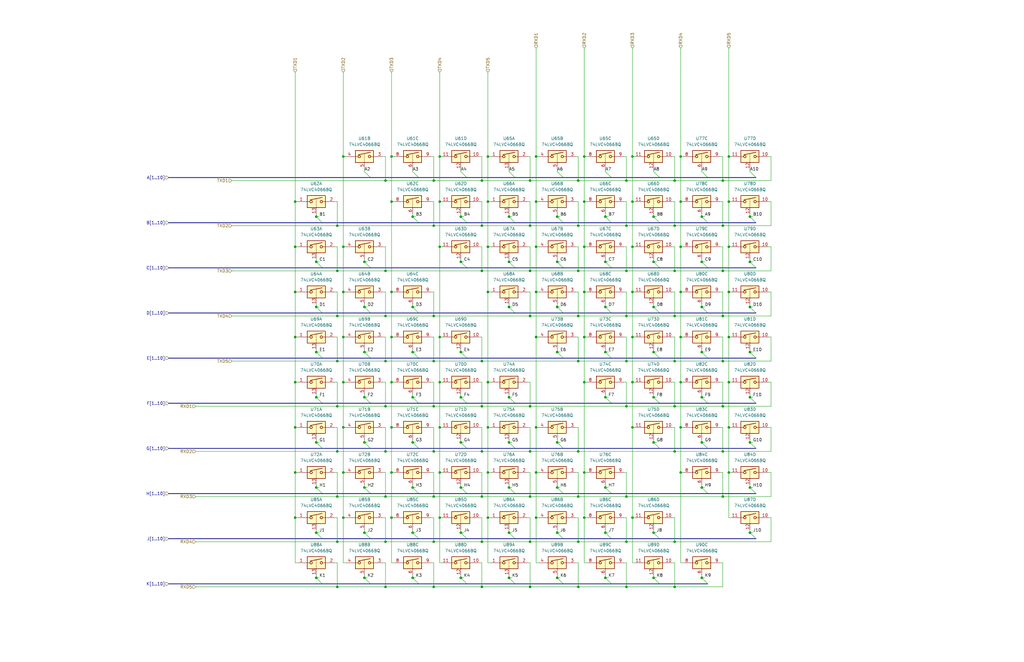
<source format=kicad_sch>
(kicad_sch (version 20250114) (generator "eeschema") (generator_version "9.0")
  (paper "B")
  (junction (at 194.31 243.84))
  (junction (at 124.46 85.09))
  (junction (at 266.7 180.34))
  (junction (at 124.46 180.34))
  (junction (at 226.06 142.24))
  (junction (at 185.42 199.39))
  (junction (at 162.56 228.6))
  (junction (at 246.38 104.14))
  (junction (at 316.23 205.74))
  (junction (at 316.23 148.59))
  (junction (at 194.31 148.59))
  (junction (at 214.63 224.79))
  (junction (at 287.02 180.34))
  (junction (at 304.8 209.55))
  (junction (at 287.02 161.29))
  (junction (at 124.46 199.39))
  (junction (at 284.48 171.45))
  (junction (at 295.91 91.44))
  (junction (at 153.67 243.84))
  (junction (at 266.7 85.09))
  (junction (at 304.8 114.3))
  (junction (at 307.34 123.19))
  (junction (at 214.63 129.54))
  (junction (at 223.52 228.6))
  (junction (at 205.74 66.04))
  (junction (at 153.67 186.69))
  (junction (at 165.1 85.09))
  (junction (at 144.78 161.29))
  (junction (at 246.38 66.04))
  (junction (at 203.2 114.3))
  (junction (at 133.35 129.54))
  (junction (at 255.27 91.44))
  (junction (at 153.67 129.54))
  (junction (at 173.99 167.64))
  (junction (at 266.7 104.14))
  (junction (at 284.48 95.25))
  (junction (at 203.2 95.25))
  (junction (at 133.35 205.74))
  (junction (at 226.06 123.19))
  (junction (at 153.67 167.64))
  (junction (at 182.88 95.25))
  (junction (at 124.46 123.19))
  (junction (at 255.27 243.84))
  (junction (at 243.84 95.25))
  (junction (at 194.31 91.44))
  (junction (at 316.23 91.44))
  (junction (at 304.8 76.2))
  (junction (at 226.06 180.34))
  (junction (at 185.42 142.24))
  (junction (at 203.2 152.4))
  (junction (at 287.02 85.09))
  (junction (at 165.1 66.04))
  (junction (at 203.2 209.55))
  (junction (at 194.31 110.49))
  (junction (at 307.34 104.14))
  (junction (at 284.48 152.4))
  (junction (at 153.67 148.59))
  (junction (at 243.84 152.4))
  (junction (at 203.2 171.45))
  (junction (at 162.56 114.3))
  (junction (at 234.95 148.59))
  (junction (at 264.16 209.55))
  (junction (at 144.78 218.44))
  (junction (at 223.52 247.65))
  (junction (at 142.24 95.25))
  (junction (at 275.59 110.49))
  (junction (at 243.84 133.35))
  (junction (at 173.99 243.84))
  (junction (at 226.06 218.44))
  (junction (at 205.74 218.44))
  (junction (at 203.2 247.65))
  (junction (at 165.1 218.44))
  (junction (at 255.27 129.54))
  (junction (at 316.23 110.49))
  (junction (at 304.8 133.35))
  (junction (at 264.16 171.45))
  (junction (at 226.06 66.04))
  (junction (at 205.74 161.29))
  (junction (at 266.7 66.04))
  (junction (at 153.67 205.74))
  (junction (at 287.02 142.24))
  (junction (at 264.16 95.25))
  (junction (at 243.84 190.5))
  (junction (at 162.56 76.2))
  (junction (at 142.24 209.55))
  (junction (at 162.56 171.45))
  (junction (at 284.48 114.3))
  (junction (at 275.59 186.69))
  (junction (at 203.2 190.5))
  (junction (at 275.59 167.64))
  (junction (at 287.02 199.39))
  (junction (at 295.91 148.59))
  (junction (at 234.95 110.49))
  (junction (at 142.24 228.6))
  (junction (at 295.91 110.49))
  (junction (at 234.95 186.69))
  (junction (at 144.78 199.39))
  (junction (at 275.59 91.44))
  (junction (at 287.02 66.04))
  (junction (at 307.34 180.34))
  (junction (at 307.34 161.29))
  (junction (at 264.16 228.6))
  (junction (at 275.59 224.79))
  (junction (at 275.59 148.59))
  (junction (at 124.46 104.14))
  (junction (at 304.8 152.4))
  (junction (at 295.91 186.69))
  (junction (at 246.38 161.29))
  (junction (at 266.7 142.24))
  (junction (at 246.38 199.39))
  (junction (at 214.63 110.49))
  (junction (at 144.78 104.14))
  (junction (at 133.35 148.59))
  (junction (at 133.35 186.69))
  (junction (at 255.27 224.79))
  (junction (at 266.7 123.19))
  (junction (at 185.42 180.34))
  (junction (at 185.42 218.44))
  (junction (at 162.56 152.4))
  (junction (at 284.48 76.2))
  (junction (at 214.63 205.74))
  (junction (at 295.91 129.54))
  (junction (at 182.88 190.5))
  (junction (at 284.48 247.65))
  (junction (at 223.52 114.3))
  (junction (at 246.38 85.09))
  (junction (at 142.24 247.65))
  (junction (at 142.24 133.35))
  (junction (at 142.24 190.5))
  (junction (at 284.48 190.5))
  (junction (at 226.06 85.09))
  (junction (at 203.2 228.6))
  (junction (at 162.56 247.65))
  (junction (at 173.99 129.54))
  (junction (at 133.35 243.84))
  (junction (at 205.74 199.39))
  (junction (at 144.78 142.24))
  (junction (at 243.84 76.2))
  (junction (at 144.78 66.04))
  (junction (at 295.91 167.64))
  (junction (at 142.24 114.3))
  (junction (at 162.56 209.55))
  (junction (at 255.27 110.49))
  (junction (at 173.99 91.44))
  (junction (at 234.95 224.79))
  (junction (at 223.52 209.55))
  (junction (at 124.46 218.44))
  (junction (at 185.42 104.14))
  (junction (at 266.7 218.44))
  (junction (at 142.24 152.4))
  (junction (at 173.99 148.59))
  (junction (at 284.48 228.6))
  (junction (at 307.34 66.04))
  (junction (at 165.1 142.24))
  (junction (at 287.02 104.14))
  (junction (at 205.74 104.14))
  (junction (at 162.56 190.5))
  (junction (at 205.74 180.34))
  (junction (at 142.24 171.45))
  (junction (at 255.27 205.74))
  (junction (at 304.8 190.5))
  (junction (at 223.52 95.25))
  (junction (at 226.06 199.39))
  (junction (at 185.42 161.29))
  (junction (at 226.06 104.14))
  (junction (at 246.38 218.44))
  (junction (at 295.91 243.84))
  (junction (at 165.1 123.19))
  (junction (at 214.63 91.44))
  (junction (at 264.16 247.65))
  (junction (at 182.88 76.2))
  (junction (at 264.16 76.2))
  (junction (at 214.63 167.64))
  (junction (at 266.7 161.29))
  (junction (at 153.67 224.79))
  (junction (at 182.88 171.45))
  (junction (at 162.56 133.35))
  (junction (at 264.16 152.4))
  (junction (at 194.31 224.79))
  (junction (at 182.88 133.35))
  (junction (at 223.52 76.2))
  (junction (at 194.31 186.69))
  (junction (at 165.1 199.39))
  (junction (at 307.34 199.39))
  (junction (at 304.8 95.25))
  (junction (at 203.2 76.2))
  (junction (at 205.74 85.09))
  (junction (at 316.23 186.69))
  (junction (at 234.95 243.84))
  (junction (at 246.38 142.24))
  (junction (at 165.1 180.34))
  (junction (at 223.52 171.45))
  (junction (at 194.31 167.64))
  (junction (at 153.67 110.49))
  (junction (at 182.88 209.55))
  (junction (at 243.84 247.65))
  (junction (at 133.35 224.79))
  (junction (at 205.74 123.19))
  (junction (at 316.23 167.64))
  (junction (at 173.99 186.69))
  (junction (at 295.91 205.74))
  (junction (at 284.48 133.35))
  (junction (at 255.27 167.64))
  (junction (at 275.59 129.54))
  (junction (at 307.34 85.09))
  (junction (at 234.95 205.74))
  (junction (at 133.35 167.64))
  (junction (at 182.88 247.65))
  (junction (at 144.78 180.34))
  (junction (at 173.99 205.74))
  (junction (at 234.95 91.44))
  (junction (at 182.88 228.6))
  (junction (at 287.02 123.19))
  (junction (at 234.95 129.54))
  (junction (at 264.16 133.35))
  (junction (at 304.8 171.45))
  (junction (at 165.1 161.29))
  (junction (at 223.52 190.5))
  (junction (at 243.84 209.55))
  (junction (at 185.42 85.09))
  (junction (at 246.38 123.19))
  (junction (at 214.63 186.69))
  (junction (at 243.84 228.6))
  (junction (at 144.78 123.19))
  (junction (at 223.52 133.35))
  (junction (at 194.31 205.74))
  (junction (at 214.63 243.84))
  (junction (at 307.34 142.24))
  (junction (at 316.23 129.54))
  (junction (at 275.59 243.84))
  (junction (at 316.23 224.79))
  (junction (at 185.42 66.04))
  (junction (at 243.84 114.3))
  (junction (at 133.35 91.44))
  (junction (at 173.99 224.79))
  (junction (at 182.88 152.4))
  (junction (at 124.46 161.29))
  (junction (at 133.35 110.49))
  (junction (at 264.16 114.3))
  (junction (at 255.27 148.59))
  (junction (at 124.46 142.24))
  (bus_entry (at 133.35 186.69) (size 2.54 2.54))
  (bus_entry (at 153.67 167.64) (size 2.54 2.54))
  (bus_entry (at 214.63 224.79) (size 2.54 2.54))
  (bus_entry (at 214.63 205.74) (size 2.54 2.54))
  (bus_entry (at 153.67 129.54) (size 2.54 2.54))
  (bus_entry (at 153.67 186.69) (size 2.54 2.54))
  (bus_entry (at 153.67 72.39) (size 2.54 2.54))
  (bus_entry (at 295.91 148.59) (size 2.54 2.54))
  (bus_entry (at 275.59 129.54) (size 2.54 2.54))
  (bus_entry (at 214.63 186.69) (size 2.54 2.54))
  (bus_entry (at 194.31 110.49) (size 2.54 2.54))
  (bus_entry (at 173.99 243.84) (size 2.54 2.54))
  (bus_entry (at 275.59 72.39) (size 2.54 2.54))
  (bus_entry (at 133.35 148.59) (size 2.54 2.54))
  (bus_entry (at 153.67 224.79) (size 2.54 2.54))
  (bus_entry (at 275.59 224.79) (size 2.54 2.54))
  (bus_entry (at 255.27 224.79) (size 2.54 2.54))
  (bus_entry (at 295.91 91.44) (size 2.54 2.54))
  (bus_entry (at 316.23 167.64) (size 2.54 2.54))
  (bus_entry (at 234.95 129.54) (size 2.54 2.54))
  (bus_entry (at 316.23 224.79) (size 2.54 2.54))
  (bus_entry (at 133.35 129.54) (size 2.54 2.54))
  (bus_entry (at 133.35 243.84) (size 2.54 2.54))
  (bus_entry (at 234.95 243.84) (size 2.54 2.54))
  (bus_entry (at 153.67 205.74) (size 2.54 2.54))
  (bus_entry (at 275.59 243.84) (size 2.54 2.54))
  (bus_entry (at 275.59 167.64) (size 2.54 2.54))
  (bus_entry (at 214.63 91.44) (size 2.54 2.54))
  (bus_entry (at 255.27 205.74) (size 2.54 2.54))
  (bus_entry (at 295.91 186.69) (size 2.54 2.54))
  (bus_entry (at 234.95 72.39) (size 2.54 2.54))
  (bus_entry (at 295.91 72.39) (size 2.54 2.54))
  (bus_entry (at 316.23 148.59) (size 2.54 2.54))
  (bus_entry (at 255.27 91.44) (size 2.54 2.54))
  (bus_entry (at 173.99 205.74) (size 2.54 2.54))
  (bus_entry (at 316.23 72.39) (size 2.54 2.54))
  (bus_entry (at 295.91 205.74) (size 2.54 2.54))
  (bus_entry (at 214.63 129.54) (size 2.54 2.54))
  (bus_entry (at 194.31 72.39) (size 2.54 2.54))
  (bus_entry (at 255.27 243.84) (size 2.54 2.54))
  (bus_entry (at 194.31 186.69) (size 2.54 2.54))
  (bus_entry (at 255.27 110.49) (size 2.54 2.54))
  (bus_entry (at 214.63 72.39) (size 2.54 2.54))
  (bus_entry (at 295.91 110.49) (size 2.54 2.54))
  (bus_entry (at 234.95 186.69) (size 2.54 2.54))
  (bus_entry (at 255.27 129.54) (size 2.54 2.54))
  (bus_entry (at 234.95 91.44) (size 2.54 2.54))
  (bus_entry (at 316.23 129.54) (size 2.54 2.54))
  (bus_entry (at 275.59 91.44) (size 2.54 2.54))
  (bus_entry (at 275.59 148.59) (size 2.54 2.54))
  (bus_entry (at 316.23 205.74) (size 2.54 2.54))
  (bus_entry (at 255.27 167.64) (size 2.54 2.54))
  (bus_entry (at 255.27 72.39) (size 2.54 2.54))
  (bus_entry (at 133.35 224.79) (size 2.54 2.54))
  (bus_entry (at 173.99 91.44) (size 2.54 2.54))
  (bus_entry (at 194.31 205.74) (size 2.54 2.54))
  (bus_entry (at 133.35 91.44) (size 2.54 2.54))
  (bus_entry (at 173.99 186.69) (size 2.54 2.54))
  (bus_entry (at 173.99 72.39) (size 2.54 2.54))
  (bus_entry (at 173.99 148.59) (size 2.54 2.54))
  (bus_entry (at 133.35 167.64) (size 2.54 2.54))
  (bus_entry (at 153.67 110.49) (size 2.54 2.54))
  (bus_entry (at 153.67 243.84) (size 2.54 2.54))
  (bus_entry (at 255.27 148.59) (size 2.54 2.54))
  (bus_entry (at 194.31 243.84) (size 2.54 2.54))
  (bus_entry (at 316.23 186.69) (size 2.54 2.54))
  (bus_entry (at 275.59 186.69) (size 2.54 2.54))
  (bus_entry (at 316.23 110.49) (size 2.54 2.54))
  (bus_entry (at 234.95 148.59) (size 2.54 2.54))
  (bus_entry (at 194.31 224.79) (size 2.54 2.54))
  (bus_entry (at 133.35 205.74) (size 2.54 2.54))
  (bus_entry (at 295.91 243.84) (size 2.54 2.54))
  (bus_entry (at 173.99 224.79) (size 2.54 2.54))
  (bus_entry (at 295.91 129.54) (size 2.54 2.54))
  (bus_entry (at 153.67 148.59) (size 2.54 2.54))
  (bus_entry (at 173.99 167.64) (size 2.54 2.54))
  (bus_entry (at 234.95 224.79) (size 2.54 2.54))
  (bus_entry (at 234.95 205.74) (size 2.54 2.54))
  (bus_entry (at 173.99 129.54) (size 2.54 2.54))
  (bus_entry (at 316.23 91.44) (size 2.54 2.54))
  (bus_entry (at 194.31 91.44) (size 2.54 2.54))
  (bus_entry (at 214.63 243.84) (size 2.54 2.54))
  (bus_entry (at 133.35 110.49) (size 2.54 2.54))
  (bus_entry (at 214.63 167.64) (size 2.54 2.54))
  (bus_entry (at 234.95 110.49) (size 2.54 2.54))
  (bus_entry (at 194.31 167.64) (size 2.54 2.54))
  (bus_entry (at 295.91 167.64) (size 2.54 2.54))
  (bus_entry (at 275.59 110.49) (size 2.54 2.54))
  (bus_entry (at 194.31 148.59) (size 2.54 2.54))
  (bus_entry (at 214.63 110.49) (size 2.54 2.54))
  (wire (pts (xy 203.2 199.39) (xy 203.2 209.55)))
  (wire (pts (xy 266.7 85.09) (xy 266.7 104.14)))
  (bus (pts (xy 176.53 151.13) (xy 196.85 151.13)))
  (wire (pts (xy 195.58 110.49) (xy 194.31 110.49)))
  (wire (pts (xy 325.12 76.2) (xy 304.8 76.2)))
  (wire (pts (xy 284.48 228.6) (xy 325.12 228.6)))
  (bus (pts (xy 156.21 208.28) (xy 176.53 208.28)))
  (wire (pts (xy 256.54 148.59) (xy 255.27 148.59)))
  (bus (pts (xy 156.21 189.23) (xy 176.53 189.23)))
  (wire (pts (xy 144.78 142.24) (xy 146.05 142.24)))
  (bus (pts (xy 176.53 132.08) (xy 217.17 132.08)))
  (bus (pts (xy 176.53 246.38) (xy 196.85 246.38)))
  (wire (pts (xy 264.16 152.4) (xy 284.48 152.4)))
  (wire (pts (xy 264.16 199.39) (xy 262.89 199.39)))
  (wire (pts (xy 276.86 91.44) (xy 275.59 91.44)))
  (wire (pts (xy 124.46 218.44) (xy 124.46 237.49)))
  (bus (pts (xy 156.21 246.38) (xy 176.53 246.38)))
  (wire (pts (xy 203.2 95.25) (xy 223.52 95.25)))
  (wire (pts (xy 223.52 199.39) (xy 223.52 209.55)))
  (wire (pts (xy 185.42 104.14) (xy 185.42 142.24)))
  (wire (pts (xy 325.12 180.34) (xy 323.85 180.34)))
  (wire (pts (xy 226.06 199.39) (xy 226.06 218.44)))
  (wire (pts (xy 162.56 123.19) (xy 161.29 123.19)))
  (wire (pts (xy 194.31 110.49) (xy 194.31 109.22)))
  (bus (pts (xy 217.17 246.38) (xy 237.49 246.38)))
  (wire (pts (xy 284.48 95.25) (xy 264.16 95.25)))
  (wire (pts (xy 256.54 205.74) (xy 255.27 205.74)))
  (wire (pts (xy 182.88 85.09) (xy 182.88 95.25)))
  (wire (pts (xy 325.12 209.55) (xy 304.8 209.55)))
  (wire (pts (xy 297.18 167.64) (xy 295.91 167.64)))
  (wire (pts (xy 175.26 186.69) (xy 173.99 186.69)))
  (wire (pts (xy 264.16 161.29) (xy 264.16 171.45)))
  (wire (pts (xy 304.8 142.24) (xy 303.53 142.24)))
  (wire (pts (xy 203.2 161.29) (xy 203.2 171.45)))
  (wire (pts (xy 266.7 142.24) (xy 266.7 161.29)))
  (wire (pts (xy 325.12 104.14) (xy 325.12 114.3)))
  (wire (pts (xy 165.1 66.04) (xy 166.37 66.04)))
  (bus (pts (xy 176.53 74.93) (xy 196.85 74.93)))
  (wire (pts (xy 142.24 123.19) (xy 142.24 133.35)))
  (wire (pts (xy 234.95 205.74) (xy 234.95 204.47)))
  (wire (pts (xy 266.7 104.14) (xy 267.97 104.14)))
  (wire (pts (xy 316.23 129.54) (xy 316.23 128.27)))
  (bus (pts (xy 71.12 170.18) (xy 135.89 170.18)))
  (wire (pts (xy 264.16 123.19) (xy 262.89 123.19)))
  (wire (pts (xy 325.12 152.4) (xy 304.8 152.4)))
  (wire (pts (xy 182.88 123.19) (xy 182.88 133.35)))
  (wire (pts (xy 124.46 161.29) (xy 125.73 161.29)))
  (wire (pts (xy 144.78 104.14) (xy 144.78 123.19)))
  (wire (pts (xy 133.35 224.79) (xy 133.35 223.52)))
  (wire (pts (xy 304.8 190.5) (xy 284.48 190.5)))
  (bus (pts (xy 257.81 227.33) (xy 278.13 227.33)))
  (bus (pts (xy 257.81 170.18) (xy 278.13 170.18)))
  (wire (pts (xy 226.06 104.14) (xy 227.33 104.14)))
  (wire (pts (xy 162.56 171.45) (xy 182.88 171.45)))
  (wire (pts (xy 325.12 114.3) (xy 304.8 114.3)))
  (wire (pts (xy 246.38 237.49) (xy 247.65 237.49)))
  (wire (pts (xy 307.34 180.34) (xy 307.34 199.39)))
  (wire (pts (xy 287.02 199.39) (xy 287.02 237.49)))
  (wire (pts (xy 287.02 199.39) (xy 288.29 199.39)))
  (wire (pts (xy 203.2 180.34) (xy 201.93 180.34)))
  (wire (pts (xy 307.34 180.34) (xy 308.61 180.34)))
  (bus (pts (xy 135.89 113.03) (xy 156.21 113.03)))
  (wire (pts (xy 144.78 123.19) (xy 144.78 142.24)))
  (wire (pts (xy 134.62 243.84) (xy 133.35 243.84)))
  (wire (pts (xy 256.54 129.54) (xy 255.27 129.54)))
  (wire (pts (xy 223.52 218.44) (xy 223.52 228.6)))
  (wire (pts (xy 203.2 85.09) (xy 203.2 95.25)))
  (wire (pts (xy 264.16 209.55) (xy 304.8 209.55)))
  (wire (pts (xy 154.94 186.69) (xy 153.67 186.69)))
  (wire (pts (xy 284.48 228.6) (xy 264.16 228.6)))
  (wire (pts (xy 307.34 104.14) (xy 307.34 123.19)))
  (wire (pts (xy 182.88 180.34) (xy 181.61 180.34)))
  (wire (pts (xy 162.56 161.29) (xy 162.56 171.45)))
  (wire (pts (xy 205.74 85.09) (xy 205.74 104.14)))
  (bus (pts (xy 217.17 93.98) (xy 237.49 93.98)))
  (wire (pts (xy 173.99 129.54) (xy 173.99 128.27)))
  (bus (pts (xy 257.81 113.03) (xy 278.13 113.03)))
  (wire (pts (xy 223.52 237.49) (xy 222.25 237.49)))
  (wire (pts (xy 264.16 76.2) (xy 284.48 76.2)))
  (wire (pts (xy 144.78 30.48) (xy 144.78 66.04)))
  (wire (pts (xy 325.12 142.24) (xy 325.12 152.4)))
  (wire (pts (xy 195.58 167.64) (xy 194.31 167.64)))
  (wire (pts (xy 153.67 72.39) (xy 153.67 71.12)))
  (wire (pts (xy 264.16 161.29) (xy 262.89 161.29)))
  (wire (pts (xy 264.16 237.49) (xy 264.16 247.65)))
  (wire (pts (xy 223.52 171.45) (xy 264.16 171.45)))
  (bus (pts (xy 135.89 93.98) (xy 176.53 93.98)))
  (wire (pts (xy 162.56 161.29) (xy 161.29 161.29)))
  (wire (pts (xy 325.12 95.25) (xy 304.8 95.25)))
  (wire (pts (xy 287.02 180.34) (xy 288.29 180.34)))
  (wire (pts (xy 124.46 104.14) (xy 125.73 104.14)))
  (wire (pts (xy 297.18 205.74) (xy 295.91 205.74)))
  (wire (pts (xy 185.42 218.44) (xy 186.69 218.44)))
  (wire (pts (xy 133.35 129.54) (xy 133.35 128.27)))
  (wire (pts (xy 142.24 247.65) (xy 162.56 247.65)))
  (wire (pts (xy 325.12 161.29) (xy 323.85 161.29)))
  (bus (pts (xy 217.17 132.08) (xy 237.49 132.08)))
  (wire (pts (xy 307.34 218.44) (xy 308.61 218.44)))
  (wire (pts (xy 185.42 30.48) (xy 185.42 66.04)))
  (wire (pts (xy 236.22 243.84) (xy 234.95 243.84)))
  (wire (pts (xy 304.8 199.39) (xy 303.53 199.39)))
  (wire (pts (xy 284.48 218.44) (xy 284.48 228.6)))
  (wire (pts (xy 234.95 110.49) (xy 234.95 109.22)))
  (wire (pts (xy 162.56 218.44) (xy 161.29 218.44)))
  (wire (pts (xy 162.56 76.2) (xy 182.88 76.2)))
  (wire (pts (xy 266.7 123.19) (xy 267.97 123.19)))
  (wire (pts (xy 223.52 161.29) (xy 222.25 161.29)))
  (bus (pts (xy 196.85 151.13) (xy 237.49 151.13)))
  (wire (pts (xy 215.9 224.79) (xy 214.63 224.79)))
  (wire (pts (xy 316.23 91.44) (xy 316.23 90.17)))
  (wire (pts (xy 243.84 85.09) (xy 243.84 95.25)))
  (wire (pts (xy 236.22 91.44) (xy 234.95 91.44)))
  (wire (pts (xy 266.7 123.19) (xy 266.7 142.24)))
  (wire (pts (xy 307.34 66.04) (xy 308.61 66.04)))
  (wire (pts (xy 124.46 30.48) (xy 124.46 85.09)))
  (wire (pts (xy 194.31 205.74) (xy 194.31 204.47)))
  (wire (pts (xy 165.1 30.48) (xy 165.1 66.04)))
  (bus (pts (xy 196.85 113.03) (xy 217.17 113.03)))
  (wire (pts (xy 255.27 110.49) (xy 255.27 109.22)))
  (wire (pts (xy 195.58 186.69) (xy 194.31 186.69)))
  (wire (pts (xy 144.78 180.34) (xy 146.05 180.34)))
  (wire (pts (xy 223.52 114.3) (xy 243.84 114.3)))
  (wire (pts (xy 162.56 237.49) (xy 161.29 237.49)))
  (bus (pts (xy 156.21 227.33) (xy 176.53 227.33)))
  (wire (pts (xy 284.48 142.24) (xy 283.21 142.24)))
  (wire (pts (xy 185.42 142.24) (xy 186.69 142.24)))
  (wire (pts (xy 325.12 123.19) (xy 323.85 123.19)))
  (wire (pts (xy 295.91 110.49) (xy 295.91 109.22)))
  (wire (pts (xy 215.9 110.49) (xy 214.63 110.49)))
  (wire (pts (xy 243.84 123.19) (xy 242.57 123.19)))
  (wire (pts (xy 226.06 85.09) (xy 226.06 104.14)))
  (wire (pts (xy 175.26 91.44) (xy 173.99 91.44)))
  (wire (pts (xy 185.42 199.39) (xy 185.42 218.44)))
  (bus (pts (xy 135.89 246.38) (xy 156.21 246.38)))
  (wire (pts (xy 246.38 66.04) (xy 246.38 85.09)))
  (wire (pts (xy 162.56 142.24) (xy 161.29 142.24)))
  (wire (pts (xy 195.58 148.59) (xy 194.31 148.59)))
  (wire (pts (xy 182.88 85.09) (xy 181.61 85.09)))
  (wire (pts (xy 316.23 148.59) (xy 316.23 147.32)))
  (wire (pts (xy 203.2 228.6) (xy 223.52 228.6)))
  (wire (pts (xy 124.46 85.09) (xy 125.73 85.09)))
  (wire (pts (xy 325.12 218.44) (xy 325.12 228.6)))
  (wire (pts (xy 234.95 148.59) (xy 234.95 147.32)))
  (wire (pts (xy 243.84 180.34) (xy 242.57 180.34)))
  (wire (pts (xy 203.2 114.3) (xy 223.52 114.3)))
  (wire (pts (xy 317.5 224.79) (xy 316.23 224.79)))
  (bus (pts (xy 298.45 93.98) (xy 318.77 93.98)))
  (wire (pts (xy 203.2 247.65) (xy 223.52 247.65)))
  (wire (pts (xy 307.34 85.09) (xy 308.61 85.09)))
  (wire (pts (xy 275.59 224.79) (xy 275.59 223.52)))
  (wire (pts (xy 153.67 110.49) (xy 153.67 109.22)))
  (wire (pts (xy 297.18 186.69) (xy 295.91 186.69)))
  (wire (pts (xy 134.62 148.59) (xy 133.35 148.59)))
  (wire (pts (xy 194.31 186.69) (xy 194.31 185.42)))
  (wire (pts (xy 243.84 133.35) (xy 264.16 133.35)))
  (wire (pts (xy 304.8 142.24) (xy 304.8 152.4)))
  (wire (pts (xy 266.7 180.34) (xy 267.97 180.34)))
  (wire (pts (xy 223.52 180.34) (xy 222.25 180.34)))
  (wire (pts (xy 246.38 66.04) (xy 247.65 66.04)))
  (wire (pts (xy 203.2 161.29) (xy 201.93 161.29)))
  (wire (pts (xy 284.48 218.44) (xy 283.21 218.44)))
  (wire (pts (xy 297.18 129.54) (xy 295.91 129.54)))
  (wire (pts (xy 284.48 161.29) (xy 284.48 171.45)))
  (wire (pts (xy 234.95 91.44) (xy 234.95 90.17)))
  (wire (pts (xy 223.52 66.04) (xy 222.25 66.04)))
  (wire (pts (xy 165.1 123.19) (xy 165.1 142.24)))
  (wire (pts (xy 195.58 224.79) (xy 194.31 224.79)))
  (wire (pts (xy 162.56 123.19) (xy 162.56 133.35)))
  (bus (pts (xy 71.12 132.08) (xy 135.89 132.08)))
  (wire (pts (xy 266.7 218.44) (xy 267.97 218.44)))
  (wire (pts (xy 284.48 114.3) (xy 264.16 114.3)))
  (wire (pts (xy 304.8 114.3) (xy 284.48 114.3)))
  (wire (pts (xy 284.48 123.19) (xy 284.48 133.35)))
  (wire (pts (xy 275.59 110.49) (xy 275.59 109.22)))
  (wire (pts (xy 165.1 218.44) (xy 166.37 218.44)))
  (wire (pts (xy 304.8 123.19) (xy 304.8 133.35)))
  (wire (pts (xy 144.78 180.34) (xy 144.78 199.39)))
  (wire (pts (xy 205.74 180.34) (xy 207.01 180.34)))
  (wire (pts (xy 162.56 142.24) (xy 162.56 152.4)))
  (wire (pts (xy 203.2 199.39) (xy 201.93 199.39)))
  (bus (pts (xy 237.49 74.93) (xy 257.81 74.93)))
  (wire (pts (xy 287.02 66.04) (xy 288.29 66.04)))
  (wire (pts (xy 82.55 209.55) (xy 142.24 209.55)))
  (bus (pts (xy 135.89 170.18) (xy 156.21 170.18)))
  (wire (pts (xy 287.02 85.09) (xy 288.29 85.09)))
  (wire (pts (xy 162.56 104.14) (xy 162.56 114.3)))
  (wire (pts (xy 162.56 247.65) (xy 182.88 247.65)))
  (wire (pts (xy 134.62 205.74) (xy 133.35 205.74)))
  (wire (pts (xy 226.06 66.04) (xy 227.33 66.04)))
  (wire (pts (xy 304.8 180.34) (xy 303.53 180.34)))
  (wire (pts (xy 173.99 205.74) (xy 173.99 204.47)))
  (wire (pts (xy 185.42 66.04) (xy 186.69 66.04)))
  (bus (pts (xy 176.53 189.23) (xy 196.85 189.23)))
  (wire (pts (xy 246.38 161.29) (xy 247.65 161.29)))
  (wire (pts (xy 234.95 129.54) (xy 234.95 128.27)))
  (wire (pts (xy 266.7 180.34) (xy 266.7 218.44)))
  (wire (pts (xy 185.42 180.34) (xy 185.42 199.39)))
  (wire (pts (xy 203.2 104.14) (xy 201.93 104.14)))
  (wire (pts (xy 205.74 199.39) (xy 205.74 218.44)))
  (wire (pts (xy 133.35 167.64) (xy 133.35 166.37)))
  (bus (pts (xy 257.81 93.98) (xy 278.13 93.98)))
  (wire (pts (xy 266.7 142.24) (xy 267.97 142.24)))
  (wire (pts (xy 284.48 85.09) (xy 284.48 95.25)))
  (bus (pts (xy 278.13 189.23) (xy 298.45 189.23)))
  (wire (pts (xy 162.56 199.39) (xy 161.29 199.39)))
  (bus (pts (xy 135.89 227.33) (xy 156.21 227.33)))
  (wire (pts (xy 162.56 180.34) (xy 161.29 180.34)))
  (wire (pts (xy 325.12 85.09) (xy 325.12 95.25)))
  (wire (pts (xy 266.7 237.49) (xy 267.97 237.49)))
  (bus (pts (xy 176.53 93.98) (xy 196.85 93.98)))
  (wire (pts (xy 194.31 167.64) (xy 194.31 166.37)))
  (wire (pts (xy 317.5 205.74) (xy 316.23 205.74)))
  (wire (pts (xy 182.88 66.04) (xy 181.61 66.04)))
  (wire (pts (xy 284.48 85.09) (xy 283.21 85.09)))
  (wire (pts (xy 153.67 205.74) (xy 153.67 204.47)))
  (wire (pts (xy 287.02 180.34) (xy 287.02 199.39)))
  (wire (pts (xy 307.34 123.19) (xy 308.61 123.19)))
  (wire (pts (xy 275.59 148.59) (xy 275.59 147.32)))
  (wire (pts (xy 173.99 186.69) (xy 173.99 185.42)))
  (wire (pts (xy 264.16 66.04) (xy 262.89 66.04)))
  (bus (pts (xy 71.12 208.28) (xy 135.89 208.28)))
  (bus (pts (xy 71.12 74.93) (xy 156.21 74.93)))
  (wire (pts (xy 203.2 152.4) (xy 243.84 152.4)))
  (wire (pts (xy 243.84 209.55) (xy 264.16 209.55)))
  (wire (pts (xy 205.74 123.19) (xy 205.74 161.29)))
  (wire (pts (xy 165.1 85.09) (xy 166.37 85.09)))
  (bus (pts (xy 176.53 227.33) (xy 196.85 227.33)))
  (wire (pts (xy 185.42 85.09) (xy 185.42 104.14)))
  (wire (pts (xy 154.94 243.84) (xy 153.67 243.84)))
  (wire (pts (xy 226.06 218.44) (xy 227.33 218.44)))
  (wire (pts (xy 256.54 110.49) (xy 255.27 110.49)))
  (bus (pts (xy 135.89 151.13) (xy 156.21 151.13)))
  (wire (pts (xy 214.63 72.39) (xy 214.63 71.12)))
  (wire (pts (xy 304.8 104.14) (xy 304.8 114.3)))
  (wire (pts (xy 194.31 91.44) (xy 194.31 90.17)))
  (wire (pts (xy 226.06 123.19) (xy 226.06 142.24)))
  (wire (pts (xy 214.63 129.54) (xy 214.63 128.27)))
  (wire (pts (xy 142.24 104.14) (xy 142.24 114.3)))
  (wire (pts (xy 297.18 110.49) (xy 295.91 110.49)))
  (wire (pts (xy 195.58 243.84) (xy 194.31 243.84)))
  (wire (pts (xy 223.52 209.55) (xy 243.84 209.55)))
  (wire (pts (xy 205.74 66.04) (xy 207.01 66.04)))
  (wire (pts (xy 246.38 142.24) (xy 247.65 142.24)))
  (wire (pts (xy 165.1 199.39) (xy 165.1 218.44)))
  (wire (pts (xy 214.63 224.79) (xy 214.63 223.52)))
  (wire (pts (xy 295.91 91.44) (xy 295.91 90.17)))
  (wire (pts (xy 223.52 123.19) (xy 222.25 123.19)))
  (bus (pts (xy 237.49 132.08) (xy 257.81 132.08)))
  (wire (pts (xy 275.59 186.69) (xy 275.59 185.42)))
  (wire (pts (xy 223.52 104.14) (xy 222.25 104.14)))
  (wire (pts (xy 223.52 133.35) (xy 243.84 133.35)))
  (wire (pts (xy 325.12 218.44) (xy 323.85 218.44)))
  (wire (pts (xy 243.84 180.34) (xy 243.84 190.5)))
  (wire (pts (xy 276.86 129.54) (xy 275.59 129.54)))
  (wire (pts (xy 246.38 104.14) (xy 247.65 104.14)))
  (wire (pts (xy 325.12 66.04) (xy 323.85 66.04)))
  (wire (pts (xy 284.48 123.19) (xy 283.21 123.19)))
  (wire (pts (xy 203.2 209.55) (xy 182.88 209.55)))
  (wire (pts (xy 182.88 218.44) (xy 182.88 228.6)))
  (wire (pts (xy 142.24 180.34) (xy 140.97 180.34)))
  (wire (pts (xy 214.63 205.74) (xy 214.63 204.47)))
  (wire (pts (xy 194.31 224.79) (xy 194.31 223.52)))
  (bus (pts (xy 298.45 74.93) (xy 318.77 74.93)))
  (wire (pts (xy 144.78 123.19) (xy 146.05 123.19)))
  (wire (pts (xy 275.59 129.54) (xy 275.59 128.27)))
  (wire (pts (xy 215.9 91.44) (xy 214.63 91.44)))
  (wire (pts (xy 142.24 104.14) (xy 140.97 104.14)))
  (wire (pts (xy 304.8 66.04) (xy 303.53 66.04)))
  (wire (pts (xy 124.46 199.39) (xy 125.73 199.39)))
  (wire (pts (xy 304.8 85.09) (xy 303.53 85.09)))
  (wire (pts (xy 203.2 171.45) (xy 182.88 171.45)))
  (wire (pts (xy 255.27 91.44) (xy 255.27 90.17)))
  (wire (pts (xy 226.06 142.24) (xy 226.06 180.34)))
  (wire (pts (xy 144.78 218.44) (xy 144.78 237.49)))
  (wire (pts (xy 223.52 247.65) (xy 243.84 247.65)))
  (bus (pts (xy 71.12 113.03) (xy 135.89 113.03)))
  (wire (pts (xy 287.02 104.14) (xy 287.02 123.19)))
  (wire (pts (xy 165.1 161.29) (xy 165.1 180.34)))
  (wire (pts (xy 284.48 66.04) (xy 283.21 66.04)))
  (wire (pts (xy 142.24 237.49) (xy 142.24 247.65)))
  (wire (pts (xy 142.24 161.29) (xy 142.24 171.45)))
  (bus (pts (xy 135.89 208.28) (xy 156.21 208.28)))
  (wire (pts (xy 284.48 104.14) (xy 283.21 104.14)))
  (wire (pts (xy 144.78 142.24) (xy 144.78 161.29)))
  (wire (pts (xy 133.35 243.84) (xy 133.35 242.57)))
  (wire (pts (xy 276.86 186.69) (xy 275.59 186.69)))
  (wire (pts (xy 226.06 66.04) (xy 226.06 85.09)))
  (wire (pts (xy 203.2 218.44) (xy 201.93 218.44)))
  (wire (pts (xy 234.95 72.39) (xy 234.95 71.12)))
  (wire (pts (xy 124.46 161.29) (xy 124.46 180.34)))
  (bus (pts (xy 257.81 246.38) (xy 278.13 246.38)))
  (wire (pts (xy 284.48 247.65) (xy 264.16 247.65)))
  (wire (pts (xy 154.94 167.64) (xy 153.67 167.64)))
  (wire (pts (xy 243.84 237.49) (xy 242.57 237.49)))
  (wire (pts (xy 142.24 95.25) (xy 182.88 95.25)))
  (wire (pts (xy 234.95 224.79) (xy 234.95 223.52)))
  (wire (pts (xy 142.24 123.19) (xy 140.97 123.19)))
  (wire (pts (xy 246.38 123.19) (xy 246.38 142.24)))
  (wire (pts (xy 223.52 76.2) (xy 243.84 76.2)))
  (wire (pts (xy 226.06 199.39) (xy 227.33 199.39)))
  (bus (pts (xy 278.13 227.33) (xy 318.77 227.33)))
  (bus (pts (xy 237.49 246.38) (xy 257.81 246.38)))
  (wire (pts (xy 214.63 186.69) (xy 214.63 185.42)))
  (wire (pts (xy 256.54 91.44) (xy 255.27 91.44)))
  (bus (pts (xy 237.49 227.33) (xy 257.81 227.33)))
  (wire (pts (xy 295.91 243.84) (xy 295.91 242.57)))
  (wire (pts (xy 185.42 161.29) (xy 185.42 180.34)))
  (wire (pts (xy 295.91 186.69) (xy 295.91 185.42)))
  (bus (pts (xy 196.85 246.38) (xy 217.17 246.38)))
  (wire (pts (xy 185.42 199.39) (xy 186.69 199.39)))
  (wire (pts (xy 243.84 218.44) (xy 242.57 218.44)))
  (wire (pts (xy 304.8 161.29) (xy 304.8 171.45)))
  (wire (pts (xy 264.16 237.49) (xy 262.89 237.49)))
  (wire (pts (xy 236.22 148.59) (xy 234.95 148.59)))
  (wire (pts (xy 165.1 180.34) (xy 165.1 199.39)))
  (wire (pts (xy 165.1 218.44) (xy 165.1 237.49)))
  (wire (pts (xy 142.24 142.24) (xy 140.97 142.24)))
  (wire (pts (xy 203.2 66.04) (xy 201.93 66.04)))
  (wire (pts (xy 133.35 91.44) (xy 133.35 90.17)))
  (wire (pts (xy 276.86 224.79) (xy 275.59 224.79)))
  (wire (pts (xy 256.54 224.79) (xy 255.27 224.79)))
  (wire (pts (xy 307.34 142.24) (xy 307.34 161.29)))
  (wire (pts (xy 226.06 104.14) (xy 226.06 123.19)))
  (wire (pts (xy 205.74 123.19) (xy 207.01 123.19)))
  (bus (pts (xy 156.21 170.18) (xy 176.53 170.18)))
  (wire (pts (xy 203.2 247.65) (xy 182.88 247.65)))
  (wire (pts (xy 214.63 110.49) (xy 214.63 109.22)))
  (wire (pts (xy 142.24 190.5) (xy 162.56 190.5)))
  (wire (pts (xy 255.27 148.59) (xy 255.27 147.32)))
  (wire (pts (xy 295.91 72.39) (xy 295.91 71.12)))
  (wire (pts (xy 142.24 218.44) (xy 142.24 228.6)))
  (bus (pts (xy 298.45 189.23) (xy 318.77 189.23)))
  (wire (pts (xy 223.52 218.44) (xy 222.25 218.44)))
  (wire (pts (xy 134.62 91.44) (xy 133.35 91.44)))
  (wire (pts (xy 284.48 104.14) (xy 284.48 114.3)))
  (wire (pts (xy 284.48 133.35) (xy 264.16 133.35)))
  (wire (pts (xy 133.35 148.59) (xy 133.35 147.32)))
  (wire (pts (xy 264.16 114.3) (xy 243.84 114.3)))
  (bus (pts (xy 196.85 170.18) (xy 217.17 170.18)))
  (wire (pts (xy 266.7 218.44) (xy 266.7 237.49)))
  (wire (pts (xy 142.24 142.24) (xy 142.24 152.4)))
  (wire (pts (xy 223.52 199.39) (xy 222.25 199.39)))
  (wire (pts (xy 284.48 180.34) (xy 283.21 180.34)))
  (bus (pts (xy 196.85 93.98) (xy 217.17 93.98)))
  (wire (pts (xy 287.02 237.49) (xy 288.29 237.49)))
  (wire (pts (xy 205.74 199.39) (xy 207.01 199.39)))
  (wire (pts (xy 223.52 228.6) (xy 243.84 228.6)))
  (wire (pts (xy 255.27 243.84) (xy 255.27 242.57)))
  (wire (pts (xy 304.8 237.49) (xy 303.53 237.49)))
  (wire (pts (xy 203.2 104.14) (xy 203.2 114.3)))
  (wire (pts (xy 153.67 129.54) (xy 153.67 128.27)))
  (wire (pts (xy 234.95 186.69) (xy 234.95 185.42)))
  (wire (pts (xy 185.42 237.49) (xy 186.69 237.49)))
  (wire (pts (xy 295.91 167.64) (xy 295.91 166.37)))
  (wire (pts (xy 246.38 199.39) (xy 247.65 199.39)))
  (wire (pts (xy 175.26 205.74) (xy 173.99 205.74)))
  (bus (pts (xy 217.17 170.18) (xy 257.81 170.18)))
  (wire (pts (xy 182.88 66.04) (xy 182.88 76.2)))
  (wire (pts (xy 264.16 123.19) (xy 264.16 133.35)))
  (wire (pts (xy 153.67 186.69) (xy 153.67 185.42)))
  (wire (pts (xy 317.5 129.54) (xy 316.23 129.54)))
  (wire (pts (xy 173.99 167.64) (xy 173.99 166.37)))
  (wire (pts (xy 142.24 114.3) (xy 162.56 114.3)))
  (wire (pts (xy 255.27 72.39) (xy 255.27 71.12)))
  (wire (pts (xy 297.18 243.84) (xy 295.91 243.84)))
  (wire (pts (xy 165.1 142.24) (xy 165.1 161.29)))
  (wire (pts (xy 162.56 199.39) (xy 162.56 209.55)))
  (wire (pts (xy 142.24 199.39) (xy 140.97 199.39)))
  (wire (pts (xy 246.38 161.29) (xy 246.38 199.39)))
  (bus (pts (xy 217.17 208.28) (xy 237.49 208.28)))
  (wire (pts (xy 175.26 167.64) (xy 173.99 167.64)))
  (wire (pts (xy 124.46 218.44) (xy 125.73 218.44)))
  (wire (pts (xy 246.38 20.32) (xy 246.38 66.04)))
  (wire (pts (xy 325.12 104.14) (xy 323.85 104.14)))
  (bus (pts (xy 298.45 113.03) (xy 318.77 113.03)))
  (wire (pts (xy 325.12 171.45) (xy 304.8 171.45)))
  (bus (pts (xy 257.81 132.08) (xy 278.13 132.08)))
  (wire (pts (xy 287.02 161.29) (xy 288.29 161.29)))
  (wire (pts (xy 295.91 148.59) (xy 295.91 147.32)))
  (wire (pts (xy 154.94 129.54) (xy 153.67 129.54)))
  (wire (pts (xy 304.8 199.39) (xy 304.8 209.55)))
  (wire (pts (xy 266.7 66.04) (xy 267.97 66.04)))
  (bus (pts (xy 71.12 246.38) (xy 135.89 246.38)))
  (wire (pts (xy 142.24 237.49) (xy 140.97 237.49)))
  (wire (pts (xy 142.24 180.34) (xy 142.24 190.5)))
  (wire (pts (xy 226.06 123.19) (xy 227.33 123.19)))
  (wire (pts (xy 153.67 148.59) (xy 153.67 147.32)))
  (wire (pts (xy 142.24 209.55) (xy 162.56 209.55)))
  (wire (pts (xy 134.62 186.69) (xy 133.35 186.69)))
  (wire (pts (xy 307.34 85.09) (xy 307.34 104.14)))
  (wire (pts (xy 133.35 205.74) (xy 133.35 204.47)))
  (bus (pts (xy 217.17 189.23) (xy 237.49 189.23)))
  (wire (pts (xy 304.8 85.09) (xy 304.8 95.25)))
  (wire (pts (xy 255.27 129.54) (xy 255.27 128.27)))
  (wire (pts (xy 304.8 66.04) (xy 304.8 76.2)))
  (wire (pts (xy 82.55 190.5) (xy 142.24 190.5)))
  (wire (pts (xy 287.02 161.29) (xy 287.02 180.34)))
  (wire (pts (xy 203.2 218.44) (xy 203.2 228.6)))
  (wire (pts (xy 246.38 218.44) (xy 247.65 218.44)))
  (wire (pts (xy 266.7 20.32) (xy 266.7 66.04)))
  (wire (pts (xy 223.52 85.09) (xy 223.52 95.25)))
  (wire (pts (xy 223.52 104.14) (xy 223.52 114.3)))
  (bus (pts (xy 217.17 227.33) (xy 237.49 227.33)))
  (bus (pts (xy 278.13 132.08) (xy 298.45 132.08)))
  (wire (pts (xy 124.46 142.24) (xy 124.46 161.29)))
  (wire (pts (xy 266.7 104.14) (xy 266.7 123.19)))
  (wire (pts (xy 307.34 20.32) (xy 307.34 66.04)))
  (wire (pts (xy 162.56 190.5) (xy 182.88 190.5)))
  (wire (pts (xy 182.88 142.24) (xy 181.61 142.24)))
  (wire (pts (xy 246.38 218.44) (xy 246.38 237.49)))
  (wire (pts (xy 264.16 104.14) (xy 262.89 104.14)))
  (wire (pts (xy 203.2 66.04) (xy 203.2 76.2)))
  (wire (pts (xy 317.5 148.59) (xy 316.23 148.59)))
  (wire (pts (xy 162.56 133.35) (xy 182.88 133.35)))
  (bus (pts (xy 156.21 132.08) (xy 176.53 132.08)))
  (wire (pts (xy 154.94 110.49) (xy 153.67 110.49)))
  (wire (pts (xy 226.06 237.49) (xy 227.33 237.49)))
  (wire (pts (xy 284.48 161.29) (xy 283.21 161.29)))
  (wire (pts (xy 162.56 209.55) (xy 182.88 209.55)))
  (wire (pts (xy 175.26 148.59) (xy 173.99 148.59)))
  (wire (pts (xy 144.78 161.29) (xy 146.05 161.29)))
  (wire (pts (xy 194.31 72.39) (xy 194.31 71.12)))
  (wire (pts (xy 214.63 243.84) (xy 214.63 242.57)))
  (wire (pts (xy 223.52 95.25) (xy 243.84 95.25)))
  (wire (pts (xy 226.06 142.24) (xy 227.33 142.24)))
  (wire (pts (xy 284.48 237.49) (xy 284.48 247.65)))
  (wire (pts (xy 243.84 66.04) (xy 242.57 66.04)))
  (wire (pts (xy 185.42 104.14) (xy 186.69 104.14)))
  (wire (pts (xy 264.16 199.39) (xy 264.16 209.55)))
  (wire (pts (xy 214.63 91.44) (xy 214.63 90.17)))
  (wire (pts (xy 316.23 167.64) (xy 316.23 166.37)))
  (wire (pts (xy 325.12 142.24) (xy 323.85 142.24)))
  (bus (pts (xy 278.13 151.13) (xy 298.45 151.13)))
  (wire (pts (xy 203.2 142.24) (xy 201.93 142.24)))
  (wire (pts (xy 134.62 224.79) (xy 133.35 224.79)))
  (wire (pts (xy 226.06 85.09) (xy 227.33 85.09)))
  (bus (pts (xy 71.12 151.13) (xy 135.89 151.13)))
  (wire (pts (xy 295.91 205.74) (xy 295.91 204.47)))
  (wire (pts (xy 284.48 237.49) (xy 283.21 237.49)))
  (wire (pts (xy 185.42 180.34) (xy 186.69 180.34)))
  (wire (pts (xy 284.48 133.35) (xy 304.8 133.35)))
  (wire (pts (xy 215.9 167.64) (xy 214.63 167.64)))
  (wire (pts (xy 182.88 142.24) (xy 182.88 152.4)))
  (wire (pts (xy 144.78 199.39) (xy 144.78 218.44)))
  (wire (pts (xy 246.38 104.14) (xy 246.38 123.19)))
  (wire (pts (xy 203.2 76.2) (xy 223.52 76.2)))
  (wire (pts (xy 226.06 218.44) (xy 226.06 237.49)))
  (wire (pts (xy 226.06 20.32) (xy 226.06 66.04)))
  (wire (pts (xy 287.02 123.19) (xy 287.02 142.24)))
  (wire (pts (xy 246.38 199.39) (xy 246.38 218.44)))
  (bus (pts (xy 298.45 132.08) (xy 318.77 132.08)))
  (wire (pts (xy 287.02 85.09) (xy 287.02 104.14)))
  (wire (pts (xy 194.31 243.84) (xy 194.31 242.57)))
  (wire (pts (xy 124.46 180.34) (xy 124.46 199.39)))
  (wire (pts (xy 284.48 171.45) (xy 304.8 171.45)))
  (wire (pts (xy 153.67 243.84) (xy 153.67 242.57)))
  (wire (pts (xy 316.23 110.49) (xy 316.23 109.22)))
  (wire (pts (xy 203.2 76.2) (xy 182.88 76.2)))
  (wire (pts (xy 185.42 142.24) (xy 185.42 161.29)))
  (wire (pts (xy 223.52 190.5) (xy 243.84 190.5)))
  (wire (pts (xy 307.34 142.24) (xy 308.61 142.24)))
  (wire (pts (xy 325.12 190.5) (xy 304.8 190.5)))
  (wire (pts (xy 243.84 142.24) (xy 243.84 152.4)))
  (wire (pts (xy 264.16 76.2) (xy 243.84 76.2)))
  (wire (pts (xy 182.88 161.29) (xy 182.88 171.45)))
  (wire (pts (xy 307.34 123.19) (xy 307.34 142.24)))
  (wire (pts (xy 287.02 142.24) (xy 287.02 161.29)))
  (bus (pts (xy 196.85 208.28) (xy 217.17 208.28)))
  (wire (pts (xy 205.74 85.09) (xy 207.01 85.09)))
  (wire (pts (xy 287.02 66.04) (xy 287.02 85.09)))
  (wire (pts (xy 316.23 186.69) (xy 316.23 185.42)))
  (wire (pts (xy 203.2 142.24) (xy 203.2 152.4)))
  (wire (pts (xy 165.1 123.19) (xy 166.37 123.19)))
  (wire (pts (xy 162.56 180.34) (xy 162.56 190.5)))
  (wire (pts (xy 144.78 218.44) (xy 146.05 218.44)))
  (wire (pts (xy 236.22 110.49) (xy 234.95 110.49)))
  (wire (pts (xy 243.84 199.39) (xy 242.57 199.39)))
  (wire (pts (xy 142.24 133.35) (xy 162.56 133.35)))
  (wire (pts (xy 243.84 190.5) (xy 284.48 190.5)))
  (wire (pts (xy 256.54 243.84) (xy 255.27 243.84)))
  (wire (pts (xy 276.86 167.64) (xy 275.59 167.64)))
  (wire (pts (xy 205.74 237.49) (xy 207.01 237.49)))
  (bus (pts (xy 237.49 93.98) (xy 257.81 93.98)))
  (bus (pts (xy 71.12 227.33) (xy 135.89 227.33)))
  (wire (pts (xy 307.34 104.14) (xy 308.61 104.14)))
  (wire (pts (xy 203.2 171.45) (xy 223.52 171.45)))
  (wire (pts (xy 243.84 247.65) (xy 264.16 247.65)))
  (wire (pts (xy 205.74 218.44) (xy 205.74 237.49)))
  (wire (pts (xy 173.99 243.84) (xy 173.99 242.57)))
  (wire (pts (xy 275.59 72.39) (xy 275.59 71.12)))
  (wire (pts (xy 182.88 133.35) (xy 223.52 133.35)))
  (wire (pts (xy 124.46 123.19) (xy 124.46 142.24)))
  (wire (pts (xy 264.16 104.14) (xy 264.16 114.3)))
  (wire (pts (xy 295.91 129.54) (xy 295.91 128.27)))
  (wire (pts (xy 162.56 237.49) (xy 162.56 247.65)))
  (bus (pts (xy 257.81 74.93) (xy 278.13 74.93)))
  (wire (pts (xy 205.74 161.29) (xy 207.01 161.29)))
  (bus (pts (xy 135.89 132.08) (xy 156.21 132.08)))
  (wire (pts (xy 142.24 85.09) (xy 140.97 85.09)))
  (wire (pts (xy 236.22 224.79) (xy 234.95 224.79)))
  (wire (pts (xy 205.74 180.34) (xy 205.74 199.39)))
  (wire (pts (xy 124.46 123.19) (xy 125.73 123.19)))
  (wire (pts (xy 275.59 243.84) (xy 275.59 242.57)))
  (wire (pts (xy 317.5 110.49) (xy 316.23 110.49)))
  (wire (pts (xy 325.12 199.39) (xy 323.85 199.39)))
  (wire (pts (xy 264.16 85.09) (xy 262.89 85.09)))
  (wire (pts (xy 203.2 228.6) (xy 182.88 228.6)))
  (wire (pts (xy 264.16 142.24) (xy 262.89 142.24)))
  (wire (pts (xy 284.48 66.04) (xy 284.48 76.2)))
  (bus (pts (xy 196.85 227.33) (xy 217.17 227.33)))
  (wire (pts (xy 195.58 205.74) (xy 194.31 205.74)))
  (wire (pts (xy 243.84 104.14) (xy 242.57 104.14)))
  (wire (pts (xy 142.24 85.09) (xy 142.24 95.25)))
  (wire (pts (xy 182.88 199.39) (xy 181.61 199.39)))
  (wire (pts (xy 226.06 180.34) (xy 227.33 180.34)))
  (wire (pts (xy 175.26 129.54) (xy 173.99 129.54)))
  (bus (pts (xy 298.45 170.18) (xy 318.77 170.18)))
  (wire (pts (xy 144.78 104.14) (xy 146.05 104.14)))
  (wire (pts (xy 317.5 186.69) (xy 316.23 186.69)))
  (wire (pts (xy 276.86 110.49) (xy 275.59 110.49)))
  (bus (pts (xy 217.17 74.93) (xy 237.49 74.93)))
  (wire (pts (xy 144.78 66.04) (xy 146.05 66.04)))
  (wire (pts (xy 185.42 161.29) (xy 186.69 161.29)))
  (wire (pts (xy 97.79 133.35) (xy 142.24 133.35)))
  (bus (pts (xy 298.45 151.13) (xy 318.77 151.13)))
  (wire (pts (xy 223.52 180.34) (xy 223.52 190.5)))
  (wire (pts (xy 142.24 161.29) (xy 140.97 161.29)))
  (wire (pts (xy 307.34 161.29) (xy 308.61 161.29)))
  (wire (pts (xy 284.48 180.34) (xy 284.48 190.5)))
  (wire (pts (xy 97.79 76.2) (xy 162.56 76.2)))
  (wire (pts (xy 264.16 66.04) (xy 264.16 76.2)))
  (wire (pts (xy 325.12 123.19) (xy 325.12 133.35)))
  (wire (pts (xy 133.35 110.49) (xy 133.35 109.22)))
  (wire (pts (xy 154.94 148.59) (xy 153.67 148.59)))
  (wire (pts (xy 182.88 199.39) (xy 182.88 209.55)))
  (wire (pts (xy 246.38 142.24) (xy 246.38 161.29)))
  (wire (pts (xy 203.2 237.49) (xy 201.93 237.49)))
  (wire (pts (xy 264.16 218.44) (xy 264.16 228.6)))
  (bus (pts (xy 278.13 246.38) (xy 298.45 246.38)))
  (wire (pts (xy 223.52 237.49) (xy 223.52 247.65)))
  (wire (pts (xy 284.48 142.24) (xy 284.48 152.4)))
  (wire (pts (xy 284.48 95.25) (xy 304.8 95.25)))
  (wire (pts (xy 124.46 142.24) (xy 125.73 142.24)))
  (wire (pts (xy 203.2 190.5) (xy 223.52 190.5)))
  (bus (pts (xy 176.53 170.18) (xy 196.85 170.18)))
  (wire (pts (xy 142.24 171.45) (xy 162.56 171.45)))
  (wire (pts (xy 307.34 66.04) (xy 307.34 85.09)))
  (wire (pts (xy 297.18 148.59) (xy 295.91 148.59)))
  (wire (pts (xy 205.74 30.48) (xy 205.74 66.04)))
  (wire (pts (xy 182.88 237.49) (xy 181.61 237.49)))
  (bus (pts (xy 71.12 189.23) (xy 135.89 189.23)))
  (bus (pts (xy 237.49 208.28) (xy 257.81 208.28)))
  (wire (pts (xy 223.52 85.09) (xy 222.25 85.09)))
  (bus (pts (xy 237.49 189.23) (xy 278.13 189.23)))
  (bus (pts (xy 156.21 151.13) (xy 176.53 151.13)))
  (wire (pts (xy 165.1 161.29) (xy 166.37 161.29)))
  (wire (pts (xy 173.99 148.59) (xy 173.99 147.32)))
  (wire (pts (xy 304.8 152.4) (xy 284.48 152.4)))
  (wire (pts (xy 182.88 95.25) (xy 203.2 95.25)))
  (bus (pts (xy 257.81 151.13) (xy 278.13 151.13)))
  (wire (pts (xy 243.84 142.24) (xy 242.57 142.24)))
  (wire (pts (xy 205.74 104.14) (xy 207.01 104.14)))
  (wire (pts (xy 175.26 224.79) (xy 173.99 224.79)))
  (wire (pts (xy 325.12 85.09) (xy 323.85 85.09)))
  (wire (pts (xy 307.34 161.29) (xy 307.34 180.34)))
  (bus (pts (xy 237.49 151.13) (xy 257.81 151.13)))
  (wire (pts (xy 236.22 205.74) (xy 234.95 205.74)))
  (wire (pts (xy 325.12 199.39) (xy 325.12 209.55)))
  (wire (pts (xy 97.79 114.3) (xy 142.24 114.3)))
  (wire (pts (xy 173.99 91.44) (xy 173.99 90.17)))
  (bus (pts (xy 71.12 93.98) (xy 135.89 93.98)))
  (wire (pts (xy 264.16 85.09) (xy 264.16 95.25)))
  (wire (pts (xy 203.2 237.49) (xy 203.2 247.65)))
  (wire (pts (xy 173.99 72.39) (xy 173.99 71.12)))
  (wire (pts (xy 304.8 161.29) (xy 303.53 161.29)))
  (wire (pts (xy 223.52 161.29) (xy 223.52 171.45)))
  (bus (pts (xy 278.13 74.93) (xy 298.45 74.93)))
  (wire (pts (xy 246.38 85.09) (xy 247.65 85.09)))
  (wire (pts (xy 255.27 205.74) (xy 255.27 204.47)))
  (wire (pts (xy 236.22 129.54) (xy 234.95 129.54)))
  (wire (pts (xy 165.1 85.09) (xy 165.1 123.19)))
  (wire (pts (xy 203.2 209.55) (xy 223.52 209.55)))
  (wire (pts (xy 284.48 247.65) (xy 304.8 247.65)))
  (wire (pts (xy 316.23 72.39) (xy 316.23 71.12)))
  (wire (pts (xy 195.58 91.44) (xy 194.31 91.44)))
  (wire (pts (xy 304.8 180.34) (xy 304.8 190.5)))
  (wire (pts (xy 165.1 66.04) (xy 165.1 85.09)))
  (bus (pts (xy 156.21 74.93) (xy 176.53 74.93)))
  (wire (pts (xy 97.79 95.25) (xy 142.24 95.25)))
  (wire (pts (xy 124.46 180.34) (xy 125.73 180.34)))
  (wire (pts (xy 203.2 85.09) (xy 201.93 85.09)))
  (wire (pts (xy 325.12 133.35) (xy 304.8 133.35)))
  (bus (pts (xy 196.85 74.93) (xy 217.17 74.93)))
  (wire (pts (xy 134.62 129.54) (xy 133.35 129.54)))
  (wire (pts (xy 226.06 180.34) (xy 226.06 199.39)))
  (wire (pts (xy 243.84 85.09) (xy 242.57 85.09)))
  (wire (pts (xy 82.55 228.6) (xy 142.24 228.6)))
  (wire (pts (xy 142.24 228.6) (xy 162.56 228.6)))
  (wire (pts (xy 144.78 237.49) (xy 146.05 237.49)))
  (wire (pts (xy 243.84 237.49) (xy 243.84 247.65)))
  (wire (pts (xy 234.95 243.84) (xy 234.95 242.57)))
  (wire (pts (xy 162.56 66.04) (xy 161.29 66.04)))
  (wire (pts (xy 287.02 104.14) (xy 288.29 104.14)))
  (wire (pts (xy 223.52 123.19) (xy 223.52 133.35)))
  (wire (pts (xy 264.16 218.44) (xy 262.89 218.44)))
  (wire (pts (xy 203.2 190.5) (xy 182.88 190.5)))
  (wire (pts (xy 162.56 152.4) (xy 182.88 152.4)))
  (wire (pts (xy 182.88 161.29) (xy 181.61 161.29)))
  (wire (pts (xy 246.38 85.09) (xy 246.38 104.14)))
  (wire (pts (xy 223.52 66.04) (xy 223.52 76.2)))
  (wire (pts (xy 134.62 110.49) (xy 133.35 110.49)))
  (wire (pts (xy 182.88 237.49) (xy 182.88 247.65)))
  (wire (pts (xy 246.38 123.19) (xy 247.65 123.19)))
  (wire (pts (xy 205.74 161.29) (xy 205.74 180.34)))
  (wire (pts (xy 266.7 66.04) (xy 266.7 85.09)))
  (bus (pts (xy 298.45 208.28) (xy 318.77 208.28)))
  (wire (pts (xy 182.88 152.4) (xy 203.2 152.4)))
  (wire (pts (xy 215.9 186.69) (xy 214.63 186.69)))
  (wire (pts (xy 133.35 186.69) (xy 133.35 185.42)))
  (wire (pts (xy 287.02 123.19) (xy 288.29 123.19)))
  (wire (pts (xy 165.1 237.49) (xy 166.37 237.49)))
  (wire (pts (xy 182.88 123.19) (xy 181.61 123.19)))
  (wire (pts (xy 243.84 104.14) (xy 243.84 114.3)))
  (wire (pts (xy 142.24 199.39) (xy 142.24 209.55)))
  (wire (pts (xy 173.99 224.79) (xy 173.99 223.52)))
  (wire (pts (xy 182.88 218.44) (xy 181.61 218.44)))
  (wire (pts (xy 325.12 180.34) (xy 325.12 190.5)))
  (wire (pts (xy 256.54 167.64) (xy 255.27 167.64)))
  (wire (pts (xy 205.74 66.04) (xy 205.74 85.09)))
  (wire (pts (xy 144.78 66.04) (xy 144.78 104.14)))
  (wire (pts (xy 144.78 161.29) (xy 144.78 180.34)))
  (wire (pts (xy 236.22 186.69) (xy 234.95 186.69)))
  (wire (pts (xy 275.59 91.44) (xy 275.59 90.17)))
  (wire (pts (xy 276.86 148.59) (xy 275.59 148.59)))
  (wire (pts (xy 304.8 76.2) (xy 284.48 76.2)))
  (wire (pts (xy 264.16 152.4) (xy 243.84 152.4)))
  (wire (pts (xy 304.8 237.49) (xy 304.8 247.65)))
  (wire (pts (xy 243.84 123.19) (xy 243.84 133.35)))
  (wire (pts (xy 325.12 161.29) (xy 325.12 171.45)))
  (wire (pts (xy 325.12 66.04) (xy 325.12 76.2)))
  (wire (pts (xy 215.9 205.74) (xy 214.63 205.74)))
  (wire (pts (xy 287.02 142.24) (xy 288.29 142.24)))
  (wire (pts (xy 165.1 142.24) (xy 166.37 142.24)))
  (wire (pts (xy 317.5 167.64) (xy 316.23 167.64)))
  (wire (pts (xy 194.31 148.59) (xy 194.31 147.32)))
  (wire (pts (xy 162.56 228.6) (xy 182.88 228.6)))
  (bus (pts (xy 135.89 189.23) (xy 156.21 189.23)))
  (wire (pts (xy 243.84 199.39) (xy 243.84 209.55)))
  (wire (pts (xy 153.67 167.64) (xy 153.67 166.37)))
  (wire (pts (xy 243.84 228.6) (xy 264.16 228.6)))
  (wire (pts (xy 243.84 218.44) (xy 243.84 228.6)))
  (wire (pts (xy 124.46 85.09) (xy 124.46 104.14)))
  (wire (pts (xy 124.46 199.39) (xy 124.46 218.44)))
  (wire (pts (xy 175.26 243.84) (xy 173.99 243.84)))
  (wire (pts (xy 185.42 218.44) (xy 185.42 237.49)))
  (wire (pts (xy 304.8 123.19) (xy 303.53 123.19)))
  (wire (pts (xy 203.2 180.34) (xy 203.2 190.5)))
  (wire (pts (xy 264.16 171.45) (xy 284.48 171.45)))
  (wire (pts (xy 255.27 167.64) (xy 255.27 166.37)))
  (wire (pts (xy 205.74 218.44) (xy 207.01 218.44)))
  (wire (pts (xy 266.7 85.09) (xy 267.97 85.09)))
  (wire (pts (xy 243.84 95.25) (xy 264.16 95.25)))
  (bus (pts (xy 278.13 113.03) (xy 298.45 113.03)))
  (wire (pts (xy 142.24 152.4) (xy 162.56 152.4)))
  (wire (pts (xy 266.7 161.29) (xy 267.97 161.29)))
  (wire (pts (xy 134.62 167.64) (xy 133.35 167.64)))
  (wire (pts (xy 287.02 20.32) (xy 287.02 66.04)))
  (wire (pts (xy 317.5 91.44) (xy 316.23 91.44)))
  (wire (pts (xy 307.34 199.39) (xy 308.61 199.39)))
  (bus (pts (xy 257.81 208.28) (xy 298.45 208.28)))
  (wire (pts (xy 264.16 142.24) (xy 264.16 152.4)))
  (wire (pts (xy 185.42 85.09) (xy 186.69 85.09)))
  (bus (pts (xy 176.53 208.28) (xy 196.85 208.28)))
  (wire (pts (xy 162.56 114.3) (xy 203.2 114.3)))
  (wire (pts (xy 97.79 152.4) (xy 142.24 152.4)))
  (wire (pts (xy 304.8 104.14) (xy 303.53 104.14)))
  (wire (pts (xy 316.23 224.79) (xy 316.23 223.52)))
  (wire (pts (xy 82.55 171.45) (xy 142.24 171.45)))
  (wire (pts (xy 316.23 205.74) (xy 316.23 204.47)))
  (wire (pts (xy 165.1 180.34) (xy 166.37 180.34)))
  (wire (pts (xy 243.84 66.04) (xy 243.84 76.2)))
  (wire (pts (xy 82.55 247.65) (xy 142.24 247.65)))
  (bus (pts (xy 217.17 113.03) (xy 237.49 113.03)))
  (bus (pts (xy 278.13 93.98) (xy 298.45 93.98)))
  (wire (pts (xy 154.94 205.74) (xy 153.67 205.74)))
  (wire (pts (xy 142.24 218.44) (xy 140.97 218.44)))
  (wire (pts (xy 182.88 180.34) (xy 182.88 190.5)))
  (wire (pts (xy 144.78 199.39) (xy 146.05 199.39)))
  (wire (pts (xy 215.9 129.54) (xy 214.63 129.54)))
  (wire (pts (xy 124.46 237.49) (xy 125.73 237.49)))
  (wire (pts (xy 214.63 167.64) (xy 214.63 166.37)))
  (wire (pts (xy 162.56 66.04) (xy 162.56 76.2)))
  (bus (pts (xy 237.49 113.03) (xy 257.81 113.03)))
  (wire (pts (xy 162.56 218.44) (xy 162.56 228.6)))
  (wire (pts (xy 307.34 199.39) (xy 307.34 218.44)))
  (wire (pts (xy 162.56 104.14) (xy 161.29 104.14)))
  (wire (pts (xy 185.42 66.04) (xy 185.42 85.09)))
  (bus (pts (xy 196.85 189.23) (xy 217.17 189.23)))
  (wire (pts (xy 255.27 224.79) (xy 255.27 223.52)))
  (wire (pts (xy 153.67 224.79) (xy 153.67 223.52)))
  (wire (pts (xy 276.86 243.84) (xy 275.59 243.84)))
  (wire (pts (xy 165.1 199.39) (xy 166.37 199.39)))
  (wire (pts (xy 205.74 104.14) (xy 205.74 123.19)))
  (wire (pts (xy 266.7 161.29) (xy 266.7 180.34)))
  (wire (pts (xy 154.94 224.79) (xy 153.67 224.79)))
  (wire (pts (xy 275.59 167.64) (xy 275.59 166.37)))
  (wire (pts (xy 215.9 243.84) (xy 214.63 243.84)))
  (wire (pts (xy 297.18 91.44) (xy 295.91 91.44)))
  (wire (pts (xy 124.46 104.14) (xy 124.46 123.19)))
  (bus (pts (xy 156.21 113.03) (xy 196.85 113.03)))
  (bus (pts (xy 278.13 170.18) (xy 298.45 170.18)))
  (label "F10" (at 317.5 167.64 0))
  (label "F2" (at 154.94 167.64 0))
  (label "A3" (at 173.99 72.39 0))
  (label "C7" (at 256.54 110.49 0))
  (label "F1" (at 134.62 167.64 0))
  (label "D7" (at 256.54 129.54 0))
  (label "G1" (at 134.62 186.69 0))
  (label "C1" (at 134.62 110.49 0))
  (label "E3" (at 175.26 148.59 0))
  (label "K7" (at 256.54 243.84 0))
  (label "G5" (at 215.9 186.69 0))
  (label "A2" (at 153.67 72.39 0))
  (label "F4" (at 195.58 167.64 0))
  (label "D6" (at 236.22 129.54 0))
  (label "D3" (at 175.26 129.54 0))
  (label "E8" (at 276.86 148.59 0))
  (label "K3" (at 175.26 243.84 0))
  (label "C6" (at 236.22 110.49 0))
  (label "J10" (at 317.5 224.79 0))
  (label "J5" (at 215.9 224.79 0))
  (label "D8" (at 276.86 129.54 0))
  (label "K2" (at 154.94 243.84 0))
  (label "C10" (at 317.5 110.49 0))
  (label "A7" (at 255.27 72.39 0))
  (label "J6" (at 236.22 224.79 0))
  (label "G9" (at 297.18 186.69 0))
  (label "J3" (at 175.26 224.79 0))
  (label "D2" (at 154.94 129.54 0))
  (label "D1" (at 134.62 129.54 0))
  (label "K4" (at 195.58 243.84 0))
  (label "C2" (at 154.94 110.49 0))
  (label "G6" (at 236.22 186.69 0))
  (label "K8" (at 276.86 243.84 0))
  (label "G2" (at 154.94 186.69 0))
  (label "H5" (at 215.9 205.74 0))
  (label "H3" (at 175.26 205.74 0))
  (label "B7" (at 256.54 91.44 0))
  (label "K1" (at 134.62 243.84 0))
  (label "H4" (at 195.58 205.74 0))
  (label "J7" (at 256.54 224.79 0))
  (label "A9" (at 297.18 91.44 0))
  (label "H7" (at 256.54 205.74 0))
  (label "C5" (at 215.9 110.49 0))
  (label "A9" (at 295.91 72.39 0))
  (label "C4" (at 195.58 110.49 0))
  (label "F3" (at 175.26 167.64 0))
  (label "F7" (at 256.54 167.64 0))
  (label "A4" (at 194.31 72.39 0))
  (label "B6" (at 236.22 91.44 0))
  (label "C9" (at 297.18 110.49 0))
  (label "K9" (at 297.18 243.84 0))
  (label "D10" (at 317.5 129.54 0))
  (label "J1" (at 134.62 224.79 0))
  (label "B8" (at 276.86 91.44 0))
  (label "J8" (at 276.86 224.79 0))
  (label "E10" (at 317.5 148.59 0))
  (label "A10" (at 316.23 72.39 0))
  (label "F5" (at 215.9 167.64 0))
  (label "B10" (at 317.5 91.44 0))
  (label "H1" (at 134.62 205.74 0))
  (label "F9" (at 297.18 167.64 0))
  (label "G10" (at 317.5 186.69 0))
  (label "D5" (at 215.9 129.54 0))
  (label "A5" (at 214.63 72.39 0))
  (label "K5" (at 215.9 243.84 0))
  (label "H10" (at 317.5 205.74 0))
  (label "E1" (at 134.62 148.59 0))
  (label "G3" (at 175.26 186.69 0))
  (label "E9" (at 297.18 148.59 0))
  (label "H2" (at 154.94 205.74 0))
  (label "B5" (at 215.9 91.44 0))
  (label "E7" (at 256.54 148.59 0))
  (label "C8" (at 276.86 110.49 0))
  (label "K6" (at 236.22 243.84 0))
  (label "B3" (at 175.26 91.44 0))
  (label "J2" (at 154.94 224.79 0))
  (label "B1" (at 134.62 91.44 0))
  (label "D9" (at 297.18 129.54 0))
  (label "B4" (at 195.58 91.44 0))
  (label "E2" (at 154.94 148.59 0))
  (label "J4" (at 195.58 224.79 0))
  (label "E4" (at 195.58 148.59 0))
  (label "G4" (at 195.58 186.69 0))
  (label "F8" (at 276.86 167.64 0))
  (label "H6" (at 236.22 205.74 0))
  (label "H9" (at 297.18 205.74 0))
  (label "G8" (at 276.86 186.69 0))
  (label "A8" (at 275.59 72.39 0))
  (label "E6" (at 236.22 148.59 0))
  (label "A6" (at 234.95 72.39 0))
  (hierarchical_label "RXD4" (shape input) (at 82.55 228.6 180))
  (hierarchical_label "TXD3" (shape input) (at 97.79 114.3 180))
  (hierarchical_label "K[1..10]" (shape input) (at 71.12 246.38 180))
  (hierarchical_label "TXD5" (shape input) (at 97.79 152.4 180))
  (hierarchical_label "TXD2" (shape input) (at 144.78 30.48 90))
  (hierarchical_label "RXD2" (shape input) (at 246.38 20.32 90))
  (hierarchical_label "C[1..10]" (shape input) (at 71.12 113.03 180))
  (hierarchical_label "J[1..10]" (shape input) (at 71.12 227.33 180))
  (hierarchical_label "RXD3" (shape input) (at 266.7 20.32 90))
  (hierarchical_label "D[1..10]" (shape input) (at 71.12 132.08 180))
  (hierarchical_label "G[1..10]" (shape input) (at 71.12 189.23 180))
  (hierarchical_label "TXD3" (shape input) (at 165.1 30.48 90))
  (hierarchical_label "F[1..10]" (shape input) (at 71.12 170.18 180))
  (hierarchical_label "RXD1" (shape input) (at 82.55 171.45 180))
  (hierarchical_label "RXD5" (shape input) (at 82.55 247.65 180))
  (hierarchical_label "B[1..10]" (shape input) (at 71.12 93.98 180))
  (hierarchical_label "RXD2" (shape input) (at 82.55 190.5 180))
  (hierarchical_label "TXD4" (shape input) (at 185.42 30.48 90))
  (hierarchical_label "RXD3" (shape input) (at 82.55 209.55 180))
  (hierarchical_label "TXD1" (shape input) (at 97.79 76.2 180))
  (hierarchical_label "H[1..10]" (shape input) (at 71.12 208.28 180))
  (hierarchical_label "TXD4" (shape input) (at 97.79 133.35 180))
  (hierarchical_label "RXD5" (shape input) (at 307.34 20.32 90))
  (hierarchical_label "RXD4" (shape input) (at 287.02 20.32 90))
  (hierarchical_label "TXD2" (shape input) (at 97.79 95.25 180))
  (hierarchical_label "RXD1" (shape input) (at 226.06 20.32 90))
  (hierarchical_label "A[1..10]" (shape input) (at 71.12 74.93 180))
  (hierarchical_label "TXD5" (shape input) (at 205.74 30.48 90))
  (hierarchical_label "E[1..10]" (shape input) (at 71.12 151.13 180))
  (hierarchical_label "TXD1" (shape input) (at 124.46 30.48 90))
  (symbol (lib_id "Analog_Switch:CD4066BM") (at 234.95 237.49 0) (unit 2)
    (property "Reference" "U89" (at 234.95 229.87 0))
    (property "Value" "74LVC4066BQ" (at 234.95 232.41 0))
    (property "Footprint" "Package_SO:SO-14_3.9x8.65mm_P1.27mm" (effects (hide yes)))
    (property "Datasheet" "https://www.ti.com/lit/ds/symlink/cd4066b.pdf" (effects (hide yes)))
    (property "Description" "Quad 20V analog SPST 1:1 switch, SO-14 (3.9x8.65mm)" (effects (hide yes)))
  )
  (symbol (lib_id "Analog_Switch:CD4066BM") (at 295.91 237.49 0) (unit 3)
    (property "Reference" "U90" (at 295.91 229.87 0))
    (property "Value" "74LVC4066BQ" (at 295.91 232.41 0))
    (property "Footprint" "Package_SO:SO-14_3.9x8.65mm_P1.27mm" (effects (hide yes)))
    (property "Datasheet" "https://www.ti.com/lit/ds/symlink/cd4066b.pdf" (effects (hide yes)))
    (property "Description" "Quad 20V analog SPST 1:1 switch, SO-14 (3.9x8.65mm)" (effects (hide yes)))
  )
  (symbol (lib_id "Analog_Switch:CD4066BM") (at 194.31 161.29 0) (unit 4)
    (property "Reference" "U70" (at 194.31 153.67 0))
    (property "Value" "74LVC4066BQ" (at 194.31 156.21 0))
    (property "Footprint" "Package_SO:SO-14_3.9x8.65mm_P1.27mm" (effects (hide yes)))
    (property "Datasheet" "https://www.ti.com/lit/ds/symlink/cd4066b.pdf" (effects (hide yes)))
    (property "Description" "Quad 20V analog SPST 1:1 switch, SO-14 (3.9x8.65mm)" (effects (hide yes)))
  )
  (symbol (lib_id "Analog_Switch:CD4066BM") (at 316.23 199.39 0) (unit 4)
    (property "Reference" "U84" (at 316.23 191.77 0))
    (property "Value" "74LVC4066BQ" (at 316.23 194.31 0))
    (property "Footprint" "Package_SO:SO-14_3.9x8.65mm_P1.27mm" (effects (hide yes)))
    (property "Datasheet" "https://www.ti.com/lit/ds/symlink/cd4066b.pdf" (effects (hide yes)))
    (property "Description" "Quad 20V analog SPST 1:1 switch, SO-14 (3.9x8.65mm)" (effects (hide yes)))
  )
  (symbol (lib_id "Analog_Switch:CD4066BM") (at 133.35 199.39 0) (unit 1)
    (property "Reference" "U72" (at 133.35 191.77 0))
    (property "Value" "74LVC4066BQ" (at 133.35 194.31 0))
    (property "Footprint" "Package_SO:SO-14_3.9x8.65mm_P1.27mm" (effects (hide yes)))
    (property "Datasheet" "https://www.ti.com/lit/ds/symlink/cd4066b.pdf" (effects (hide yes)))
    (property "Description" "Quad 20V analog SPST 1:1 switch, SO-14 (3.9x8.65mm)" (effects (hide yes)))
  )
  (symbol (lib_id "Analog_Switch:CD4066BM") (at 275.59 123.19 0) (unit 4)
    (property "Reference" "U68" (at 275.59 115.57 0))
    (property "Value" "74LVC4066BQ" (at 275.59 118.11 0))
    (property "Footprint" "Package_SO:SO-14_3.9x8.65mm_P1.27mm" (effects (hide yes)))
    (property "Datasheet" "https://www.ti.com/lit/ds/symlink/cd4066b.pdf" (effects (hide yes)))
    (property "Description" "Quad 20V analog SPST 1:1 switch, SO-14 (3.9x8.65mm)" (effects (hide yes)))
  )
  (symbol (lib_id "Analog_Switch:CD4066BM") (at 133.35 237.49 0) (unit 1)
    (property "Reference" "U88" (at 133.35 229.87 0))
    (property "Value" "74LVC4066BQ" (at 133.35 232.41 0))
    (property "Footprint" "Package_SO:SO-14_3.9x8.65mm_P1.27mm" (effects (hide yes)))
    (property "Datasheet" "https://www.ti.com/lit/ds/symlink/cd4066b.pdf" (effects (hide yes)))
    (property "Description" "Quad 20V analog SPST 1:1 switch, SO-14 (3.9x8.65mm)" (effects (hide yes)))
  )
  (symbol (lib_id "Analog_Switch:CD4066BM") (at 173.99 180.34 0) (unit 3)
    (property "Reference" "U71" (at 173.99 172.72 0))
    (property "Value" "74LVC4066BQ" (at 173.99 175.26 0))
    (property "Footprint" "Package_SO:SO-14_3.9x8.65mm_P1.27mm" (effects (hide yes)))
    (property "Datasheet" "https://www.ti.com/lit/ds/symlink/cd4066b.pdf" (effects (hide yes)))
    (property "Description" "Quad 20V analog SPST 1:1 switch, SO-14 (3.9x8.65mm)" (effects (hide yes)))
  )
  (symbol (lib_id "Analog_Switch:CD4066BM") (at 234.95 199.39 0) (unit 2)
    (property "Reference" "U76" (at 234.95 191.77 0))
    (property "Value" "74LVC4066BQ" (at 234.95 194.31 0))
    (property "Footprint" "Package_SO:SO-14_3.9x8.65mm_P1.27mm" (effects (hide yes)))
    (property "Datasheet" "https://www.ti.com/lit/ds/symlink/cd4066b.pdf" (effects (hide yes)))
    (property "Description" "Quad 20V analog SPST 1:1 switch, SO-14 (3.9x8.65mm)" (effects (hide yes)))
  )
  (symbol (lib_id "Analog_Switch:CD4066BM") (at 153.67 180.34 0) (unit 2)
    (property "Reference" "U71" (at 153.67 172.72 0))
    (property "Value" "74LVC4066BQ" (at 153.67 175.26 0))
    (property "Footprint" "Package_SO:SO-14_3.9x8.65mm_P1.27mm" (effects (hide yes)))
    (property "Datasheet" "https://www.ti.com/lit/ds/symlink/cd4066b.pdf" (effects (hide yes)))
    (property "Description" "Quad 20V analog SPST 1:1 switch, SO-14 (3.9x8.65mm)" (effects (hide yes)))
  )
  (symbol (lib_id "Analog_Switch:CD4066BM") (at 234.95 180.34 0) (unit 2)
    (property "Reference" "U75" (at 234.95 172.72 0))
    (property "Value" "74LVC4066BQ" (at 234.95 175.26 0))
    (property "Footprint" "Package_SO:SO-14_3.9x8.65mm_P1.27mm" (effects (hide yes)))
    (property "Datasheet" "https://www.ti.com/lit/ds/symlink/cd4066b.pdf" (effects (hide yes)))
    (property "Description" "Quad 20V analog SPST 1:1 switch, SO-14 (3.9x8.65mm)" (effects (hide yes)))
  )
  (symbol (lib_id "Analog_Switch:CD4066BM") (at 295.91 142.24 0) (unit 3)
    (property "Reference" "U81" (at 295.91 134.62 0))
    (property "Value" "74LVC4066BQ" (at 295.91 137.16 0))
    (property "Footprint" "Package_SO:SO-14_3.9x8.65mm_P1.27mm" (effects (hide yes)))
    (property "Datasheet" "https://www.ti.com/lit/ds/symlink/cd4066b.pdf" (effects (hide yes)))
    (property "Description" "Quad 20V analog SPST 1:1 switch, SO-14 (3.9x8.65mm)" (effects (hide yes)))
  )
  (symbol (lib_id "Analog_Switch:CD4066BM") (at 133.35 142.24 0) (unit 1)
    (property "Reference" "U69" (at 133.35 134.62 0))
    (property "Value" "74LVC4066BQ" (at 133.35 137.16 0))
    (property "Footprint" "Package_SO:SO-14_3.9x8.65mm_P1.27mm" (effects (hide yes)))
    (property "Datasheet" "https://www.ti.com/lit/ds/symlink/cd4066b.pdf" (effects (hide yes)))
    (property "Description" "Quad 20V analog SPST 1:1 switch, SO-14 (3.9x8.65mm)" (effects (hide yes)))
  )
  (symbol (lib_id "Analog_Switch:CD4066BM") (at 153.67 161.29 0) (unit 2)
    (property "Reference" "U70" (at 153.67 153.67 0))
    (property "Value" "74LVC4066BQ" (at 153.67 156.21 0))
    (property "Footprint" "Package_SO:SO-14_3.9x8.65mm_P1.27mm" (effects (hide yes)))
    (property "Datasheet" "https://www.ti.com/lit/ds/symlink/cd4066b.pdf" (effects (hide yes)))
    (property "Description" "Quad 20V analog SPST 1:1 switch, SO-14 (3.9x8.65mm)" (effects (hide yes)))
  )
  (symbol (lib_id "Analog_Switch:CD4066BM") (at 234.95 85.09 0) (unit 2)
    (property "Reference" "U66" (at 234.95 77.47 0))
    (property "Value" "74LVC4066BQ" (at 234.95 80.01 0))
    (property "Footprint" "Package_SO:SO-14_3.9x8.65mm_P1.27mm" (effects (hide yes)))
    (property "Datasheet" "https://www.ti.com/lit/ds/symlink/cd4066b.pdf" (effects (hide yes)))
    (property "Description" "Quad 20V analog SPST 1:1 switch, SO-14 (3.9x8.65mm)" (effects (hide yes)))
  )
  (symbol (lib_id "Analog_Switch:CD4066BM") (at 295.91 104.14 0) (unit 3)
    (property "Reference" "U79" (at 295.91 96.52 0))
    (property "Value" "74LVC4066BQ" (at 295.91 99.06 0))
    (property "Footprint" "Package_SO:SO-14_3.9x8.65mm_P1.27mm" (effects (hide yes)))
    (property "Datasheet" "https://www.ti.com/lit/ds/symlink/cd4066b.pdf" (effects (hide yes)))
    (property "Description" "Quad 20V analog SPST 1:1 switch, SO-14 (3.9x8.65mm)" (effects (hide yes)))
  )
  (symbol (lib_id "Analog_Switch:CD4066BM") (at 194.31 104.14 0) (unit 4)
    (property "Reference" "U63" (at 194.31 96.52 0))
    (property "Value" "74LVC4066BQ" (at 194.31 99.06 0))
    (property "Footprint" "Package_SO:SO-14_3.9x8.65mm_P1.27mm" (effects (hide yes)))
    (property "Datasheet" "https://www.ti.com/lit/ds/symlink/cd4066b.pdf" (effects (hide yes)))
    (property "Description" "Quad 20V analog SPST 1:1 switch, SO-14 (3.9x8.65mm)" (effects (hide yes)))
  )
  (symbol (lib_id "Analog_Switch:CD4066BM") (at 173.99 237.49 0) (unit 3)
    (property "Reference" "U88" (at 173.99 229.87 0))
    (property "Value" "74LVC4066BQ" (at 173.99 232.41 0))
    (property "Footprint" "Package_SO:SO-14_3.9x8.65mm_P1.27mm" (effects (hide yes)))
    (property "Datasheet" "https://www.ti.com/lit/ds/symlink/cd4066b.pdf" (effects (hide yes)))
    (property "Description" "Quad 20V analog SPST 1:1 switch, SO-14 (3.9x8.65mm)" (effects (hide yes)))
  )
  (symbol (lib_id "Analog_Switch:CD4066BM") (at 214.63 85.09 0) (unit 1)
    (property "Reference" "U66" (at 214.63 77.47 0))
    (property "Value" "74LVC4066BQ" (at 214.63 80.01 0))
    (property "Footprint" "Package_SO:SO-14_3.9x8.65mm_P1.27mm" (effects (hide yes)))
    (property "Datasheet" "https://www.ti.com/lit/ds/symlink/cd4066b.pdf" (effects (hide yes)))
    (property "Description" "Quad 20V analog SPST 1:1 switch, SO-14 (3.9x8.65mm)" (effects (hide yes)))
  )
  (symbol (lib_id "Analog_Switch:CD4066BM") (at 153.67 199.39 0) (unit 2)
    (property "Reference" "U72" (at 153.67 191.77 0))
    (property "Value" "74LVC4066BQ" (at 153.67 194.31 0))
    (property "Footprint" "Package_SO:SO-14_3.9x8.65mm_P1.27mm" (effects (hide yes)))
    (property "Datasheet" "https://www.ti.com/lit/ds/symlink/cd4066b.pdf" (effects (hide yes)))
    (property "Description" "Quad 20V analog SPST 1:1 switch, SO-14 (3.9x8.65mm)" (effects (hide yes)))
  )
  (symbol (lib_id "Analog_Switch:CD4066BM") (at 275.59 161.29 0) (unit 4)
    (property "Reference" "U74" (at 275.59 153.67 0))
    (property "Value" "74LVC4066BQ" (at 275.59 156.21 0))
    (property "Footprint" "Package_SO:SO-14_3.9x8.65mm_P1.27mm" (effects (hide yes)))
    (property "Datasheet" "https://www.ti.com/lit/ds/symlink/cd4066b.pdf" (effects (hide yes)))
    (property "Description" "Quad 20V analog SPST 1:1 switch, SO-14 (3.9x8.65mm)" (effects (hide yes)))
  )
  (symbol (lib_id "Analog_Switch:CD4066BM") (at 173.99 161.29 0) (unit 3)
    (property "Reference" "U70" (at 173.99 153.67 0))
    (property "Value" "74LVC4066BQ" (at 173.99 156.21 0))
    (property "Footprint" "Package_SO:SO-14_3.9x8.65mm_P1.27mm" (effects (hide yes)))
    (property "Datasheet" "https://www.ti.com/lit/ds/symlink/cd4066b.pdf" (effects (hide yes)))
    (property "Description" "Quad 20V analog SPST 1:1 switch, SO-14 (3.9x8.65mm)" (effects (hide yes)))
  )
  (symbol (lib_id "Analog_Switch:CD4066BM") (at 173.99 218.44 0) (unit 3)
    (property "Reference" "U85" (at 173.99 210.82 0))
    (property "Value" "74LVC4066BQ" (at 173.99 213.36 0))
    (property "Footprint" "Package_SO:SO-14_3.9x8.65mm_P1.27mm" (effects (hide yes)))
    (property "Datasheet" "https://www.ti.com/lit/ds/symlink/cd4066b.pdf" (effects (hide yes)))
    (property "Description" "Quad 20V analog SPST 1:1 switch, SO-14 (3.9x8.65mm)" (effects (hide yes)))
  )
  (symbol (lib_id "Analog_Switch:CD4066BM") (at 255.27 142.24 0) (unit 3)
    (property "Reference" "U73" (at 255.27 134.62 0))
    (property "Value" "74LVC4066BQ" (at 255.27 137.16 0))
    (property "Footprint" "Package_SO:SO-14_3.9x8.65mm_P1.27mm" (effects (hide yes)))
    (property "Datasheet" "https://www.ti.com/lit/ds/symlink/cd4066b.pdf" (effects (hide yes)))
    (property "Description" "Quad 20V analog SPST 1:1 switch, SO-14 (3.9x8.65mm)" (effects (hide yes)))
  )
  (symbol (lib_id "Analog_Switch:CD4066BM") (at 295.91 66.04 0) (unit 3)
    (property "Reference" "U77" (at 295.91 58.42 0))
    (property "Value" "74LVC4066BQ" (at 295.91 60.96 0))
    (property "Footprint" "Package_SO:SO-14_3.9x8.65mm_P1.27mm" (effects (hide yes)))
    (property "Datasheet" "https://www.ti.com/lit/ds/symlink/cd4066b.pdf" (effects (hide yes)))
    (property "Description" "Quad 20V analog SPST 1:1 switch, SO-14 (3.9x8.65mm)" (effects (hide yes)))
  )
  (symbol (lib_id "Analog_Switch:CD4066BM") (at 194.31 142.24 0) (unit 4)
    (property "Reference" "U69" (at 194.31 134.62 0))
    (property "Value" "74LVC4066BQ" (at 194.31 137.16 0))
    (property "Footprint" "Package_SO:SO-14_3.9x8.65mm_P1.27mm" (effects (hide yes)))
    (property "Datasheet" "https://www.ti.com/lit/ds/symlink/cd4066b.pdf" (effects (hide yes)))
    (property "Description" "Quad 20V analog SPST 1:1 switch, SO-14 (3.9x8.65mm)" (effects (hide yes)))
  )
  (symbol (lib_id "Analog_Switch:CD4066BM") (at 133.35 85.09 0) (unit 1)
    (property "Reference" "U62" (at 133.35 77.47 0))
    (property "Value" "74LVC4066BQ" (at 133.35 80.01 0))
    (property "Footprint" "Package_SO:SO-14_3.9x8.65mm_P1.27mm" (effects (hide yes)))
    (property "Datasheet" "https://www.ti.com/lit/ds/symlink/cd4066b.pdf" (effects (hide yes)))
    (property "Description" "Quad 20V analog SPST 1:1 switch, SO-14 (3.9x8.65mm)" (effects (hide yes)))
  )
  (symbol (lib_id "Analog_Switch:CD4066BM") (at 153.67 104.14 0) (unit 2)
    (property "Reference" "U63" (at 153.67 96.52 0))
    (property "Value" "74LVC4066BQ" (at 153.67 99.06 0))
    (property "Footprint" "Package_SO:SO-14_3.9x8.65mm_P1.27mm" (effects (hide yes)))
    (property "Datasheet" "https://www.ti.com/lit/ds/symlink/cd4066b.pdf" (effects (hide yes)))
    (property "Description" "Quad 20V analog SPST 1:1 switch, SO-14 (3.9x8.65mm)" (effects (hide yes)))
  )
  (symbol (lib_id "Analog_Switch:CD4066BM") (at 214.63 161.29 0) (unit 1)
    (property "Reference" "U74" (at 214.63 153.67 0))
    (property "Value" "74LVC4066BQ" (at 214.63 156.21 0))
    (property "Footprint" "Package_SO:SO-14_3.9x8.65mm_P1.27mm" (effects (hide yes)))
    (property "Datasheet" "https://www.ti.com/lit/ds/symlink/cd4066b.pdf" (effects (hide yes)))
    (property "Description" "Quad 20V analog SPST 1:1 switch, SO-14 (3.9x8.65mm)" (effects (hide yes)))
  )
  (symbol (lib_id "Analog_Switch:CD4066BM") (at 255.27 237.49 0) (unit 3)
    (property "Reference" "U89" (at 255.27 229.87 0))
    (property "Value" "74LVC4066BQ" (at 255.27 232.41 0))
    (property "Footprint" "Package_SO:SO-14_3.9x8.65mm_P1.27mm" (effects (hide yes)))
    (property "Datasheet" "https://www.ti.com/lit/ds/symlink/cd4066b.pdf" (effects (hide yes)))
    (property "Description" "Quad 20V analog SPST 1:1 switch, SO-14 (3.9x8.65mm)" (effects (hide yes)))
  )
  (symbol (lib_id "Analog_Switch:CD4066BM") (at 275.59 66.04 0) (unit 4)
    (property "Reference" "U65" (at 275.59 58.42 0))
    (property "Value" "74LVC4066BQ" (at 275.59 60.96 0))
    (property "Footprint" "Package_SO:SO-14_3.9x8.65mm_P1.27mm" (effects (hide yes)))
    (property "Datasheet" "https://www.ti.com/lit/ds/symlink/cd4066b.pdf" (effects (hide yes)))
    (property "Description" "Quad 20V analog SPST 1:1 switch, SO-14 (3.9x8.65mm)" (effects (hide yes)))
  )
  (symbol (lib_id "Analog_Switch:CD4066BM") (at 255.27 66.04 0) (unit 3)
    (property "Reference" "U65" (at 255.27 58.42 0))
    (property "Value" "74LVC4066BQ" (at 255.27 60.96 0))
    (property "Footprint" "Package_SO:SO-14_3.9x8.65mm_P1.27mm" (effects (hide yes)))
    (property "Datasheet" "https://www.ti.com/lit/ds/symlink/cd4066b.pdf" (effects (hide yes)))
    (property "Description" "Quad 20V analog SPST 1:1 switch, SO-14 (3.9x8.65mm)" (effects (hide yes)))
  )
  (symbol (lib_id "Analog_Switch:CD4066BM") (at 173.99 142.24 0) (unit 3)
    (property "Reference" "U69" (at 173.99 134.62 0))
    (property "Value" "74LVC4066BQ" (at 173.99 137.16 0))
    (property "Footprint" "Package_SO:SO-14_3.9x8.65mm_P1.27mm" (effects (hide yes)))
    (property "Datasheet" "https://www.ti.com/lit/ds/symlink/cd4066b.pdf" (effects (hide yes)))
    (property "Description" "Quad 20V analog SPST 1:1 switch, SO-14 (3.9x8.65mm)" (effects (hide yes)))
  )
  (symbol (lib_id "Analog_Switch:CD4066BM") (at 275.59 237.49 0) (unit 4)
    (property "Reference" "U89" (at 275.59 229.87 0))
    (property "Value" "74LVC4066BQ" (at 275.59 232.41 0))
    (property "Footprint" "Package_SO:SO-14_3.9x8.65mm_P1.27mm" (effects (hide yes)))
    (property "Datasheet" "https://www.ti.com/lit/ds/symlink/cd4066b.pdf" (effects (hide yes)))
    (property "Description" "Quad 20V analog SPST 1:1 switch, SO-14 (3.9x8.65mm)" (effects (hide yes)))
  )
  (symbol (lib_id "Analog_Switch:CD4066BM") (at 194.31 218.44 0) (unit 4)
    (property "Reference" "U85" (at 194.31 210.82 0))
    (property "Value" "74LVC4066BQ" (at 194.31 213.36 0))
    (property "Footprint" "Package_SO:SO-14_3.9x8.65mm_P1.27mm" (effects (hide yes)))
    (property "Datasheet" "https://www.ti.com/lit/ds/symlink/cd4066b.pdf" (effects (hide yes)))
    (property "Description" "Quad 20V analog SPST 1:1 switch, SO-14 (3.9x8.65mm)" (effects (hide yes)))
  )
  (symbol (lib_id "Analog_Switch:CD4066BM") (at 133.35 161.29 0) (unit 1)
    (property "Reference" "U70" (at 133.35 153.67 0))
    (property "Value" "74LVC4066BQ" (at 133.35 156.21 0))
    (property "Footprint" "Package_SO:SO-14_3.9x8.65mm_P1.27mm" (effects (hide yes)))
    (property "Datasheet" "https://www.ti.com/lit/ds/symlink/cd4066b.pdf" (effects (hide yes)))
    (property "Description" "Quad 20V analog SPST 1:1 switch, SO-14 (3.9x8.65mm)" (effects (hide yes)))
  )
  (symbol (lib_id "Analog_Switch:CD4066BM") (at 255.27 161.29 0) (unit 3)
    (property "Reference" "U74" (at 255.27 153.67 0))
    (property "Value" "74LVC4066BQ" (at 255.27 156.21 0))
    (property "Footprint" "Package_SO:SO-14_3.9x8.65mm_P1.27mm" (effects (hide yes)))
    (property "Datasheet" "https://www.ti.com/lit/ds/symlink/cd4066b.pdf" (effects (hide yes)))
    (property "Description" "Quad 20V analog SPST 1:1 switch, SO-14 (3.9x8.65mm)" (effects (hide yes)))
  )
  (symbol (lib_id "Analog_Switch:CD4066BM") (at 214.63 104.14 0) (unit 1)
    (property "Reference" "U67" (at 214.63 96.52 0))
    (property "Value" "74LVC4066BQ" (at 214.63 99.06 0))
    (property "Footprint" "Package_SO:SO-14_3.9x8.65mm_P1.27mm" (effects (hide yes)))
    (property "Datasheet" "https://www.ti.com/lit/ds/symlink/cd4066b.pdf" (effects (hide yes)))
    (property "Description" "Quad 20V analog SPST 1:1 switch, SO-14 (3.9x8.65mm)" (effects (hide yes)))
  )
  (symbol (lib_id "Analog_Switch:CD4066BM") (at 133.35 123.19 0) (unit 1)
    (property "Reference" "U64" (at 133.35 115.57 0))
    (property "Value" "74LVC4066BQ" (at 133.35 118.11 0))
    (property "Footprint" "Package_SO:SO-14_3.9x8.65mm_P1.27mm" (effects (hide yes)))
    (property "Datasheet" "https://www.ti.com/lit/ds/symlink/cd4066b.pdf" (effects (hide yes)))
    (property "Description" "Quad 20V analog SPST 1:1 switch, SO-14 (3.9x8.65mm)" (effects (hide yes)))
  )
  (symbol (lib_id "Analog_Switch:CD4066BM") (at 214.63 237.49 0) (unit 1)
    (property "Reference" "U89" (at 214.63 229.87 0))
    (property "Value" "74LVC4066BQ" (at 214.63 232.41 0))
    (property "Footprint" "Package_SO:SO-14_3.9x8.65mm_P1.27mm" (effects (hide yes)))
    (property "Datasheet" "https://www.ti.com/lit/ds/symlink/cd4066b.pdf" (effects (hide yes)))
    (property "Description" "Quad 20V analog SPST 1:1 switch, SO-14 (3.9x8.65mm)" (effects (hide yes)))
  )
  (symbol (lib_id "Analog_Switch:CD4066BM") (at 275.59 218.44 0) (unit 4)
    (property "Reference" "U86" (at 275.59 210.82 0))
    (property "Value" "74LVC4066BQ" (at 275.59 213.36 0))
    (property "Footprint" "Package_SO:SO-14_3.9x8.65mm_P1.27mm" (effects (hide yes)))
    (property "Datasheet" "https://www.ti.com/lit/ds/symlink/cd4066b.pdf" (effects (hide yes)))
    (property "Description" "Quad 20V analog SPST 1:1 switch, SO-14 (3.9x8.65mm)" (effects (hide yes)))
  )
  (symbol (lib_id "Analog_Switch:CD4066BM") (at 295.91 85.09 0) (unit 3)
    (property "Reference" "U78" (at 295.91 77.47 0))
    (property "Value" "74LVC4066BQ" (at 295.91 80.01 0))
    (property "Footprint" "Package_SO:SO-14_3.9x8.65mm_P1.27mm" (effects (hide yes)))
    (property "Datasheet" "https://www.ti.com/lit/ds/symlink/cd4066b.pdf" (effects (hide yes)))
    (property "Description" "Quad 20V analog SPST 1:1 switch, SO-14 (3.9x8.65mm)" (effects (hide yes)))
  )
  (symbol (lib_id "Analog_Switch:CD4066BM") (at 214.63 180.34 0) (unit 1)
    (property "Reference" "U75" (at 214.63 172.72 0))
    (property "Value" "74LVC4066BQ" (at 214.63 175.26 0))
    (property "Footprint" "Package_SO:SO-14_3.9x8.65mm_P1.27mm" (effects (hide yes)))
    (property "Datasheet" "https://www.ti.com/lit/ds/symlink/cd4066b.pdf" (effects (hide yes)))
    (property "Description" "Quad 20V analog SPST 1:1 switch, SO-14 (3.9x8.65mm)" (effects (hide yes)))
  )
  (symbol (lib_id "Analog_Switch:CD4066BM") (at 295.91 180.34 0) (unit 3)
    (property "Reference" "U83" (at 295.91 172.72 0))
    (property "Value" "74LVC4066BQ" (at 295.91 175.26 0))
    (property "Footprint" "Package_SO:SO-14_3.9x8.65mm_P1.27mm" (effects (hide yes)))
    (property "Datasheet" "https://www.ti.com/lit/ds/symlink/cd4066b.pdf" (effects (hide yes)))
    (property "Description" "Quad 20V analog SPST 1:1 switch, SO-14 (3.9x8.65mm)" (effects (hide yes)))
  )
  (symbol (lib_id "Analog_Switch:CD4066BM") (at 295.91 123.19 0) (unit 3)
    (property "Reference" "U80" (at 295.91 115.57 0))
    (property "Value" "74LVC4066BQ" (at 295.91 118.11 0))
    (property "Footprint" "Package_SO:SO-14_3.9x8.65mm_P1.27mm" (effects (hide yes)))
    (property "Datasheet" "https://www.ti.com/lit/ds/symlink/cd4066b.pdf" (effects (hide yes)))
    (property "Description" "Quad 20V analog SPST 1:1 switch, SO-14 (3.9x8.65mm)" (effects (hide yes)))
  )
  (symbol (lib_id "Analog_Switch:CD4066BM") (at 153.67 218.44 0) (unit 2)
    (property "Reference" "U85" (at 153.67 210.82 0))
    (property "Value" "74LVC4066BQ" (at 153.67 213.36 0))
    (property "Footprint" "Package_SO:SO-14_3.9x8.65mm_P1.27mm" (effects (hide yes)))
    (property "Datasheet" "https://www.ti.com/lit/ds/symlink/cd4066b.pdf" (effects (hide yes)))
    (property "Description" "Quad 20V analog SPST 1:1 switch, SO-14 (3.9x8.65mm)" (effects (hide yes)))
  )
  (symbol (lib_id "Analog_Switch:CD4066BM") (at 194.31 237.49 0) (unit 4)
    (property "Reference" "U88" (at 194.31 229.87 0))
    (property "Value" "74LVC4066BQ" (at 194.31 232.41 0))
    (property "Footprint" "Package_SO:SO-14_3.9x8.65mm_P1.27mm" (effects (hide yes)))
    (property "Datasheet" "https://www.ti.com/lit/ds/symlink/cd4066b.pdf" (effects (hide yes)))
    (property "Description" "Quad 20V analog SPST 1:1 switch, SO-14 (3.9x8.65mm)" (effects (hide yes)))
  )
  (symbol (lib_id "Analog_Switch:CD4066BM") (at 133.35 218.44 0) (unit 1)
    (property "Reference" "U85" (at 133.35 210.82 0))
    (property "Value" "74LVC4066BQ" (at 133.35 213.36 0))
    (property "Footprint" "Package_SO:SO-14_3.9x8.65mm_P1.27mm" (effects (hide yes)))
    (property "Datasheet" "https://www.ti.com/lit/ds/symlink/cd4066b.pdf" (effects (hide yes)))
    (property "Description" "Quad 20V analog SPST 1:1 switch, SO-14 (3.9x8.65mm)" (effects (hide yes)))
  )
  (symbol (lib_id "Analog_Switch:CD4066BM") (at 133.35 180.34 0) (unit 1)
    (property "Reference" "U71" (at 133.35 172.72 0))
    (property "Value" "74LVC4066BQ" (at 133.35 175.26 0))
    (property "Footprint" "Package_SO:SO-14_3.9x8.65mm_P1.27mm" (effects (hide yes)))
    (property "Datasheet" "https://www.ti.com/lit/ds/symlink/cd4066b.pdf" (effects (hide yes)))
    (property "Description" "Quad 20V analog SPST 1:1 switch, SO-14 (3.9x8.65mm)" (effects (hide yes)))
  )
  (symbol (lib_id "Analog_Switch:CD4066BM") (at 173.99 123.19 0) (unit 3)
    (property "Reference" "U64" (at 173.99 115.57 0))
    (property "Value" "74LVC4066BQ" (at 173.99 118.11 0))
    (property "Footprint" "Package_SO:SO-14_3.9x8.65mm_P1.27mm" (effects (hide yes)))
    (property "Datasheet" "https://www.ti.com/lit/ds/symlink/cd4066b.pdf" (effects (hide yes)))
    (property "Description" "Quad 20V analog SPST 1:1 switch, SO-14 (3.9x8.65mm)" (effects (hide yes)))
  )
  (symbol (lib_id "Analog_Switch:CD4066BM") (at 153.67 237.49 0) (unit 2)
    (property "Reference" "U88" (at 153.67 229.87 0))
    (property "Value" "74LVC4066BQ" (at 153.67 232.41 0))
    (property "Footprint" "Package_SO:SO-14_3.9x8.65mm_P1.27mm" (effects (hide yes)))
    (property "Datasheet" "https://www.ti.com/lit/ds/symlink/cd4066b.pdf" (effects (hide yes)))
    (property "Description" "Quad 20V analog SPST 1:1 switch, SO-14 (3.9x8.65mm)" (effects (hide yes)))
  )
  (symbol (lib_id "Analog_Switch:CD4066BM") (at 316.23 161.29 0) (unit 4)
    (property "Reference" "U82" (at 316.23 153.67 0))
    (property "Value" "74LVC4066BQ" (at 316.23 156.21 0))
    (property "Footprint" "Package_SO:SO-14_3.9x8.65mm_P1.27mm" (effects (hide yes)))
    (property "Datasheet" "https://www.ti.com/lit/ds/symlink/cd4066b.pdf" (effects (hide yes)))
    (property "Description" "Quad 20V analog SPST 1:1 switch, SO-14 (3.9x8.65mm)" (effects (hide yes)))
  )
  (symbol (lib_id "Analog_Switch:CD4066BM") (at 316.23 142.24 0) (unit 4)
    (property "Reference" "U81" (at 316.23 134.62 0))
    (property "Value" "74LVC4066BQ" (at 316.23 137.16 0))
    (property "Footprint" "Package_SO:SO-14_3.9x8.65mm_P1.27mm" (effects (hide yes)))
    (property "Datasheet" "https://www.ti.com/lit/ds/symlink/cd4066b.pdf" (effects (hide yes)))
    (property "Description" "Quad 20V analog SPST 1:1 switch, SO-14 (3.9x8.65mm)" (effects (hide yes)))
  )
  (symbol (lib_id "Analog_Switch:CD4066BM") (at 255.27 104.14 0) (unit 3)
    (property "Reference" "U67" (at 255.27 96.52 0))
    (property "Value" "74LVC4066BQ" (at 255.27 99.06 0))
    (property "Footprint" "Package_SO:SO-14_3.9x8.65mm_P1.27mm" (effects (hide yes)))
    (property "Datasheet" "https://www.ti.com/lit/ds/symlink/cd4066b.pdf" (effects (hide yes)))
    (property "Description" "Quad 20V analog SPST 1:1 switch, SO-14 (3.9x8.65mm)" (effects (hide yes)))
  )
  (symbol (lib_id "Analog_Switch:CD4066BM") (at 234.95 66.04 0) (unit 2)
    (property "Reference" "U65" (at 234.95 58.42 0))
    (property "Value" "74LVC4066BQ" (at 234.95 60.96 0))
    (property "Footprint" "Package_SO:SO-14_3.9x8.65mm_P1.27mm" (effects (hide yes)))
    (property "Datasheet" "https://www.ti.com/lit/ds/symlink/cd4066b.pdf" (effects (hide yes)))
    (property "Description" "Quad 20V analog SPST 1:1 switch, SO-14 (3.9x8.65mm)" (effects (hide yes)))
  )
  (symbol (lib_id "Analog_Switch:CD4066BM") (at 133.35 104.14 0) (unit 1)
    (property "Reference" "U63" (at 133.35 96.52 0))
    (property "Value" "74LVC4066BQ" (at 133.35 99.06 0))
    (property "Footprint" "Package_SO:SO-14_3.9x8.65mm_P1.27mm" (effects (hide yes)))
    (property "Datasheet" "https://www.ti.com/lit/ds/symlink/cd4066b.pdf" (effects (hide yes)))
    (property "Description" "Quad 20V analog SPST 1:1 switch, SO-14 (3.9x8.65mm)" (effects (hide yes)))
  )
  (symbol (lib_id "Analog_Switch:CD4066BM") (at 295.91 199.39 0) (unit 3)
    (property "Reference" "U84" (at 295.91 191.77 0))
    (property "Value" "74LVC4066BQ" (at 295.91 194.31 0))
    (property "Footprint" "Package_SO:SO-14_3.9x8.65mm_P1.27mm" (effects (hide yes)))
    (property "Datasheet" "https://www.ti.com/lit/ds/symlink/cd4066b.pdf" (effects (hide yes)))
    (property "Description" "Quad 20V analog SPST 1:1 switch, SO-14 (3.9x8.65mm)" (effects (hide yes)))
  )
  (symbol (lib_id "Analog_Switch:CD4066BM") (at 234.95 218.44 0) (unit 2)
    (property "Reference" "U86" (at 234.95 210.82 0))
    (property "Value" "74LVC4066BQ" (at 234.95 213.36 0))
    (property "Footprint" "Package_SO:SO-14_3.9x8.65mm_P1.27mm" (effects (hide yes)))
    (property "Datasheet" "https://www.ti.com/lit/ds/symlink/cd4066b.pdf" (effects (hide yes)))
    (property "Description" "Quad 20V analog SPST 1:1 switch, SO-14 (3.9x8.65mm)" (effects (hide yes)))
  )
  (symbol (lib_id "Analog_Switch:CD4066BM") (at 214.63 123.19 0) (unit 1)
    (property "Reference" "U68" (at 214.63 115.57 0))
    (property "Value" "74LVC4066BQ" (at 214.63 118.11 0))
    (property "Footprint" "Package_SO:SO-14_3.9x8.65mm_P1.27mm" (effects (hide yes)))
    (property "Datasheet" "https://www.ti.com/lit/ds/symlink/cd4066b.pdf" (effects (hide yes)))
    (property "Description" "Quad 20V analog SPST 1:1 switch, SO-14 (3.9x8.65mm)" (effects (hide yes)))
  )
  (symbol (lib_id "Analog_Switch:CD4066BM") (at 316.23 218.44 0) (unit 4)
    (property "Reference" "U87" (at 316.23 210.82 0))
    (property "Value" "74LVC4066BQ" (at 316.23 213.36 0))
    (property "Footprint" "Package_SO:SO-14_3.9x8.65mm_P1.27mm" (effects (hide yes)))
    (property "Datasheet" "https://www.ti.com/lit/ds/symlink/cd4066b.pdf" (effects (hide yes)))
    (property "Description" "Quad 20V analog SPST 1:1 switch, SO-14 (3.9x8.65mm)" (effects (hide yes)))
  )
  (symbol (lib_id "Analog_Switch:CD4066BM") (at 153.67 123.19 0) (unit 2)
    (property "Reference" "U64" (at 153.67 115.57 0))
    (property "Value" "74LVC4066BQ" (at 153.67 118.11 0))
    (property "Footprint" "Package_SO:SO-14_3.9x8.65mm_P1.27mm" (effects (hide yes)))
    (property "Datasheet" "https://www.ti.com/lit/ds/symlink/cd4066b.pdf" (effects (hide yes)))
    (property "Description" "Quad 20V analog SPST 1:1 switch, SO-14 (3.9x8.65mm)" (effects (hide yes)))
  )
  (symbol (lib_id "Analog_Switch:CD4066BM") (at 295.91 161.29 0) (unit 3)
    (property "Reference" "U82" (at 295.91 153.67 0))
    (property "Value" "74LVC4066BQ" (at 295.91 156.21 0))
    (property "Footprint" "Package_SO:SO-14_3.9x8.65mm_P1.27mm" (effects (hide yes)))
    (property "Datasheet" "https://www.ti.com/lit/ds/symlink/cd4066b.pdf" (effects (hide yes)))
    (property "Description" "Quad 20V analog SPST 1:1 switch, SO-14 (3.9x8.65mm)" (effects (hide yes)))
  )
  (symbol (lib_id "Analog_Switch:CD4066BM") (at 234.95 104.14 0) (unit 2)
    (property "Reference" "U67" (at 234.95 96.52 0))
    (property "Value" "74LVC4066BQ" (at 234.95 99.06 0))
    (property "Footprint" "Package_SO:SO-14_3.9x8.65mm_P1.27mm" (effects (hide yes)))
    (property "Datasheet" "https://www.ti.com/lit/ds/symlink/cd4066b.pdf" (effects (hide yes)))
    (property "Description" "Quad 20V analog SPST 1:1 switch, SO-14 (3.9x8.65mm)" (effects (hide yes)))
  )
  (symbol (lib_id "Analog_Switch:CD4066BM") (at 316.23 66.04 0) (unit 4)
    (property "Reference" "U77" (at 316.23 58.42 0))
    (property "Value" "74LVC4066BQ" (at 316.23 60.96 0))
    (property "Footprint" "Package_SO:SO-14_3.9x8.65mm_P1.27mm" (effects (hide yes)))
    (property "Datasheet" "https://www.ti.com/lit/ds/symlink/cd4066b.pdf" (effects (hide yes)))
    (property "Description" "Quad 20V analog SPST 1:1 switch, SO-14 (3.9x8.65mm)" (effects (hide yes)))
  )
  (symbol (lib_id "Analog_Switch:CD4066BM") (at 194.31 199.39 0) (unit 4)
    (property "Reference" "U72" (at 194.31 191.77 0))
    (property "Value" "74LVC4066BQ" (at 194.31 194.31 0))
    (property "Footprint" "Package_SO:SO-14_3.9x8.65mm_P1.27mm" (effects (hide yes)))
    (property "Datasheet" "https://www.ti.com/lit/ds/symlink/cd4066b.pdf" (effects (hide yes)))
    (property "Description" "Quad 20V analog SPST 1:1 switch, SO-14 (3.9x8.65mm)" (effects (hide yes)))
  )
  (symbol (lib_id "Analog_Switch:CD4066BM") (at 153.67 66.04 0) (unit 2)
    (property "Reference" "U61" (at 153.67 58.42 0))
    (property "Value" "74LVC4066BQ" (at 153.67 60.96 0))
    (property "Footprint" "Package_SO:SO-14_3.9x8.65mm_P1.27mm" (effects (hide yes)))
    (property "Datasheet" "https://www.ti.com/lit/ds/symlink/cd4066b.pdf" (effects (hide yes)))
    (property "Description" "Quad 20V analog SPST 1:1 switch, SO-14 (3.9x8.65mm)" (effects (hide yes)))
  )
  (symbol (lib_id "Analog_Switch:CD4066BM") (at 214.63 199.39 0) (unit 1)
    (property "Reference" "U76" (at 214.63 191.77 0))
    (property "Value" "74LVC4066BQ" (at 214.63 194.31 0))
    (property "Footprint" "Package_SO:SO-14_3.9x8.65mm_P1.27mm" (effects (hide yes)))
    (property "Datasheet" "https://www.ti.com/lit/ds/symlink/cd4066b.pdf" (effects (hide yes)))
    (property "Description" "Quad 20V analog SPST 1:1 switch, SO-14 (3.9x8.65mm)" (effects (hide yes)))
  )
  (symbol (lib_id "Analog_Switch:CD4066BM") (at 316.23 123.19 0) (unit 4)
    (property "Reference" "U80" (at 316.23 115.57 0))
    (property "Value" "74LVC4066BQ" (at 316.23 118.11 0))
    (property "Footprint" "Package_SO:SO-14_3.9x8.65mm_P1.27mm" (effects (hide yes)))
    (property "Datasheet" "https://www.ti.com/lit/ds/symlink/cd4066b.pdf" (effects (hide yes)))
    (property "Description" "Quad 20V analog SPST 1:1 switch, SO-14 (3.9x8.65mm)" (effects (hide yes)))
  )
  (symbol (lib_id "Analog_Switch:CD4066BM") (at 255.27 123.19 0) (unit 3)
    (property "Reference" "U68" (at 255.27 115.57 0))
    (property "Value" "74LVC4066BQ" (at 255.27 118.11 0))
    (property "Footprint" "Package_SO:SO-14_3.9x8.65mm_P1.27mm" (effects (hide yes)))
    (property "Datasheet" "https://www.ti.com/lit/ds/symlink/cd4066b.pdf" (effects (hide yes)))
    (property "Description" "Quad 20V analog SPST 1:1 switch, SO-14 (3.9x8.65mm)" (effects (hide yes)))
  )
  (symbol (lib_id "Analog_Switch:CD4066BM") (at 194.31 85.09 0) (unit 4)
    (property "Reference" "U62" (at 194.31 77.47 0))
    (property "Value" "74LVC4066BQ" (at 194.31 80.01 0))
    (property "Footprint" "Package_SO:SO-14_3.9x8.65mm_P1.27mm" (effects (hide yes)))
    (property "Datasheet" "https://www.ti.com/lit/ds/symlink/cd4066b.pdf" (effects (hide yes)))
    (property "Description" "Quad 20V analog SPST 1:1 switch, SO-14 (3.9x8.65mm)" (effects (hide yes)))
  )
  (symbol (lib_id "Analog_Switch:CD4066BM") (at 255.27 199.39 0) (unit 3)
    (property "Reference" "U76" (at 255.27 191.77 0))
    (property "Value" "74LVC4066BQ" (at 255.27 194.31 0))
    (property "Footprint" "Package_SO:SO-14_3.9x8.65mm_P1.27mm" (effects (hide yes)))
    (property "Datasheet" "https://www.ti.com/lit/ds/symlink/cd4066b.pdf" (effects (hide yes)))
    (property "Description" "Quad 20V analog SPST 1:1 switch, SO-14 (3.9x8.65mm)" (effects (hide yes)))
  )
  (symbol (lib_id "Analog_Switch:CD4066BM") (at 316.23 104.14 0) (unit 4)
    (property "Reference" "U79" (at 316.23 96.52 0))
    (property "Value" "74LVC4066BQ" (at 316.23 99.06 0))
    (property "Footprint" "Package_SO:SO-14_3.9x8.65mm_P1.27mm" (effects (hide yes)))
    (property "Datasheet" "https://www.ti.com/lit/ds/symlink/cd4066b.pdf" (effects (hide yes)))
    (property "Description" "Quad 20V analog SPST 1:1 switch, SO-14 (3.9x8.65mm)" (effects (hide yes)))
  )
  (symbol (lib_id "Analog_Switch:CD4066BM") (at 194.31 66.04 0) (unit 4)
    (property "Reference" "U61" (at 194.31 58.42 0))
    (property "Value" "74LVC4066BQ" (at 194.31 60.96 0))
    (property "Footprint" "Package_SO:SO-14_3.9x8.65mm_P1.27mm" (effects (hide yes)))
    (property "Datasheet" "https://www.ti.com/lit/ds/symlink/cd4066b.pdf" (effects (hide yes)))
    (property "Description" "Quad 20V analog SPST 1:1 switch, SO-14 (3.9x8.65mm)" (effects (hide yes)))
  )
  (symbol (lib_id "Analog_Switch:CD4066BM") (at 173.99 85.09 0) (unit 3)
    (property "Reference" "U62" (at 173.99 77.47 0))
    (property "Value" "74LVC4066BQ" (at 173.99 80.01 0))
    (property "Footprint" "Package_SO:SO-14_3.9x8.65mm_P1.27mm" (effects (hide yes)))
    (property "Datasheet" "https://www.ti.com/lit/ds/symlink/cd4066b.pdf" (effects (hide yes)))
    (property "Description" "Quad 20V analog SPST 1:1 switch, SO-14 (3.9x8.65mm)" (effects (hide yes)))
  )
  (symbol (lib_id "Analog_Switch:CD4066BM") (at 255.27 85.09 0) (unit 3)
    (property "Reference" "U66" (at 255.27 77.47 0))
    (property "Value" "74LVC4066BQ" (at 255.27 80.01 0))
    (property "Footprint" "Package_SO:SO-14_3.9x8.65mm_P1.27mm" (effects (hide yes)))
    (property "Datasheet" "https://www.ti.com/lit/ds/symlink/cd4066b.pdf" (effects (hide yes)))
    (property "Description" "Quad 20V analog SPST 1:1 switch, SO-14 (3.9x8.65mm)" (effects (hide yes)))
  )
  (symbol (lib_id "Analog_Switch:CD4066BM") (at 214.63 66.04 0) (unit 1)
    (property "Reference" "U65" (at 214.63 58.42 0))
    (property "Value" "74LVC4066BQ" (at 214.63 60.96 0))
    (property "Footprint" "Package_SO:SO-14_3.9x8.65mm_P1.27mm" (effects (hide yes)))
    (property "Datasheet" "https://www.ti.com/lit/ds/symlink/cd4066b.pdf" (effects (hide yes)))
    (property "Description" "Quad 20V analog SPST 1:1 switch, SO-14 (3.9x8.65mm)" (effects (hide yes)))
  )
  (symbol (lib_id "Analog_Switch:CD4066BM") (at 173.99 66.04 0) (unit 3)
    (property "Reference" "U61" (at 173.99 58.42 0))
    (property "Value" "74LVC4066BQ" (at 173.99 60.96 0))
    (property "Footprint" "Package_SO:SO-14_3.9x8.65mm_P1.27mm" (effects (hide yes)))
    (property "Datasheet" "https://www.ti.com/lit/ds/symlink/cd4066b.pdf" (effects (hide yes)))
    (property "Description" "Quad 20V analog SPST 1:1 switch, SO-14 (3.9x8.65mm)" (effects (hide yes)))
  )
  (symbol (lib_id "Analog_Switch:CD4066BM") (at 234.95 123.19 0) (unit 2)
    (property "Reference" "U68" (at 234.95 115.57 0))
    (property "Value" "74LVC4066BQ" (at 234.95 118.11 0))
    (property "Footprint" "Package_SO:SO-14_3.9x8.65mm_P1.27mm" (effects (hide yes)))
    (property "Datasheet" "https://www.ti.com/lit/ds/symlink/cd4066b.pdf" (effects (hide yes)))
    (property "Description" "Quad 20V analog SPST 1:1 switch, SO-14 (3.9x8.65mm)" (effects (hide yes)))
  )
  (symbol (lib_id "Analog_Switch:CD4066BM") (at 275.59 104.14 0) (unit 4)
    (property "Reference" "U67" (at 275.59 96.52 0))
    (property "Value" "74LVC4066BQ" (at 275.59 99.06 0))
    (property "Footprint" "Package_SO:SO-14_3.9x8.65mm_P1.27mm" (effects (hide yes)))
    (property "Datasheet" "https://www.ti.com/lit/ds/symlink/cd4066b.pdf" (effects (hide yes)))
    (property "Description" "Quad 20V analog SPST 1:1 switch, SO-14 (3.9x8.65mm)" (effects (hide yes)))
  )
  (symbol (lib_id "Analog_Switch:CD4066BM") (at 194.31 180.34 0) (unit 4)
    (property "Reference" "U71" (at 194.31 172.72 0))
    (property "Value" "74LVC4066BQ" (at 194.31 175.26 0))
    (property "Footprint" "Package_SO:SO-14_3.9x8.65mm_P1.27mm" (effects (hide yes)))
    (property "Datasheet" "https://www.ti.com/lit/ds/symlink/cd4066b.pdf" (effects (hide yes)))
    (property "Description" "Quad 20V analog SPST 1:1 switch, SO-14 (3.9x8.65mm)" (effects (hide yes)))
  )
  (symbol (lib_id "Analog_Switch:CD4066BM") (at 275.59 142.24 0) (unit 4)
    (property "Reference" "U73" (at 275.59 134.62 0))
    (property "Value" "74LVC4066BQ" (at 275.59 137.16 0))
    (property "Footprint" "Package_SO:SO-14_3.9x8.65mm_P1.27mm" (effects (hide yes)))
    (property "Datasheet" "https://www.ti.com/lit/ds/symlink/cd4066b.pdf" (effects (hide yes)))
    (property "Description" "Quad 20V analog SPST 1:1 switch, SO-14 (3.9x8.65mm)" (effects (hide yes)))
  )
  (symbol (lib_id "Analog_Switch:CD4066BM") (at 234.95 142.24 0) (unit 2)
    (property "Reference" "U73" (at 234.95 134.62 0))
    (property "Value" "74LVC4066BQ" (at 234.95 137.16 0))
    (property "Footprint" "Package_SO:SO-14_3.9x8.65mm_P1.27mm" (effects (hide yes)))
    (property "Datasheet" "https://www.ti.com/lit/ds/symlink/cd4066b.pdf" (effects (hide yes)))
    (property "Description" "Quad 20V analog SPST 1:1 switch, SO-14 (3.9x8.65mm)" (effects (hide yes)))
  )
  (symbol (lib_id "Analog_Switch:CD4066BM") (at 255.27 218.44 0) (unit 3)
    (property "Reference" "U86" (at 255.27 210.82 0))
    (property "Value" "74LVC4066BQ" (at 255.27 213.36 0))
    (property "Footprint" "Package_SO:SO-14_3.9x8.65mm_P1.27mm" (effects (hide yes)))
    (property "Datasheet" "https://www.ti.com/lit/ds/symlink/cd4066b.pdf" (effects (hide yes)))
    (property "Description" "Quad 20V analog SPST 1:1 switch, SO-14 (3.9x8.65mm)" (effects (hide yes)))
  )
  (symbol (lib_id "Analog_Switch:CD4066BM") (at 153.67 142.24 0) (unit 2)
    (property "Reference" "U69" (at 153.67 134.62 0))
    (property "Value" "74LVC4066BQ" (at 153.67 137.16 0))
    (property "Footprint" "Package_SO:SO-14_3.9x8.65mm_P1.27mm" (effects (hide yes)))
    (property "Datasheet" "https://www.ti.com/lit/ds/symlink/cd4066b.pdf" (effects (hide yes)))
    (property "Description" "Quad 20V analog SPST 1:1 switch, SO-14 (3.9x8.65mm)" (effects (hide yes)))
  )
  (symbol (lib_id "Analog_Switch:CD4066BM") (at 316.23 85.09 0) (unit 4)
    (property "Reference" "U78" (at 316.23 77.47 0))
    (property "Value" "74LVC4066BQ" (at 316.23 80.01 0))
    (property "Footprint" "Package_SO:SO-14_3.9x8.65mm_P1.27mm" (effects (hide yes)))
    (property "Datasheet" "https://www.ti.com/lit/ds/symlink/cd4066b.pdf" (effects (hide yes)))
    (property "Description" "Quad 20V analog SPST 1:1 switch, SO-14 (3.9x8.65mm)" (effects (hide yes)))
  )
  (symbol (lib_id "Analog_Switch:CD4066BM") (at 173.99 199.39 0) (unit 3)
    (property "Reference" "U72" (at 173.99 191.77 0))
    (property "Value" "74LVC4066BQ" (at 173.99 194.31 0))
    (property "Footprint" "Package_SO:SO-14_3.9x8.65mm_P1.27mm" (effects (hide yes)))
    (property "Datasheet" "https://www.ti.com/lit/ds/symlink/cd4066b.pdf" (effects (hide yes)))
    (property "Description" "Quad 20V analog SPST 1:1 switch, SO-14 (3.9x8.65mm)" (effects (hide yes)))
  )
  (symbol (lib_id "Analog_Switch:CD4066BM") (at 316.23 180.34 0) (unit 4)
    (property "Reference" "U83" (at 316.23 172.72 0))
    (property "Value" "74LVC4066BQ" (at 316.23 175.26 0))
    (property "Footprint" "Package_SO:SO-14_3.9x8.65mm_P1.27mm" (effects (hide yes)))
    (property "Datasheet" "https://www.ti.com/lit/ds/symlink/cd4066b.pdf" (effects (hide yes)))
    (property "Description" "Quad 20V analog SPST 1:1 switch, SO-14 (3.9x8.65mm)" (effects (hide yes)))
  )
  (symbol (lib_id "Analog_Switch:CD4066BM") (at 275.59 180.34 0) (unit 4)
    (property "Reference" "U75" (at 275.59 172.72 0))
    (property "Value" "74LVC4066BQ" (at 275.59 175.26 0))
    (property "Footprint" "Package_SO:SO-14_3.9x8.65mm_P1.27mm" (effects (hide yes)))
    (property "Datasheet" "https://www.ti.com/lit/ds/symlink/cd4066b.pdf" (effects (hide yes)))
    (property "Description" "Quad 20V analog SPST 1:1 switch, SO-14 (3.9x8.65mm)" (effects (hide yes)))
  )
  (symbol (lib_id "Analog_Switch:CD4066BM") (at 214.63 218.44 0) (unit 1)
    (property "Reference" "U86" (at 214.63 210.82 0))
    (property "Value" "74LVC4066BQ" (at 214.63 213.36 0))
    (property "Footprint" "Package_SO:SO-14_3.9x8.65mm_P1.27mm" (effects (hide yes)))
    (property "Datasheet" "https://www.ti.com/lit/ds/symlink/cd4066b.pdf" (effects (hide yes)))
    (property "Description" "Quad 20V analog SPST 1:1 switch, SO-14 (3.9x8.65mm)" (effects (hide yes)))
  )
  (symbol (lib_id "Analog_Switch:CD4066BM") (at 275.59 85.09 0) (unit 4)
    (property "Reference" "U66" (at 275.59 77.47 0))
    (property "Value" "74LVC4066BQ" (at 275.59 80.01 0))
    (property "Footprint" "Package_SO:SO-14_3.9x8.65mm_P1.27mm" (effects (hide yes)))
    (property "Datasheet" "https://www.ti.com/lit/ds/symlink/cd4066b.pdf" (effects (hide yes)))
    (property "Description" "Quad 20V analog SPST 1:1 switch, SO-14 (3.9x8.65mm)" (effects (hide yes)))
  )
)
</source>
